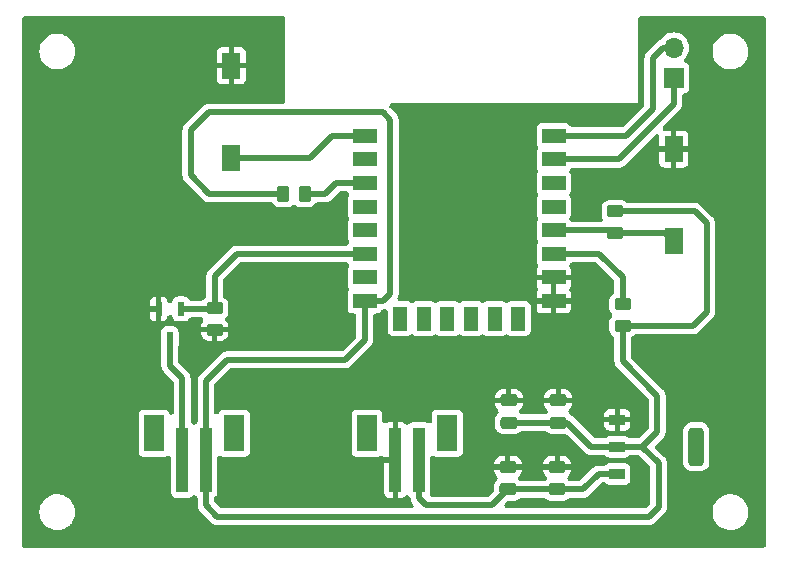
<source format=gbr>
%TF.GenerationSoftware,KiCad,Pcbnew,7.0.10*%
%TF.CreationDate,2024-03-30T10:41:11-04:00*%
%TF.ProjectId,esp_0th_iter_robot_mistake,6573705f-3074-4685-9f69-7465725f726f,rev?*%
%TF.SameCoordinates,Original*%
%TF.FileFunction,Copper,L1,Top*%
%TF.FilePolarity,Positive*%
%FSLAX46Y46*%
G04 Gerber Fmt 4.6, Leading zero omitted, Abs format (unit mm)*
G04 Created by KiCad (PCBNEW 7.0.10) date 2024-03-30 10:41:11*
%MOMM*%
%LPD*%
G01*
G04 APERTURE LIST*
G04 Aperture macros list*
%AMRoundRect*
0 Rectangle with rounded corners*
0 $1 Rounding radius*
0 $2 $3 $4 $5 $6 $7 $8 $9 X,Y pos of 4 corners*
0 Add a 4 corners polygon primitive as box body*
4,1,4,$2,$3,$4,$5,$6,$7,$8,$9,$2,$3,0*
0 Add four circle primitives for the rounded corners*
1,1,$1+$1,$2,$3*
1,1,$1+$1,$4,$5*
1,1,$1+$1,$6,$7*
1,1,$1+$1,$8,$9*
0 Add four rect primitives between the rounded corners*
20,1,$1+$1,$2,$3,$4,$5,0*
20,1,$1+$1,$4,$5,$6,$7,0*
20,1,$1+$1,$6,$7,$8,$9,0*
20,1,$1+$1,$8,$9,$2,$3,0*%
G04 Aperture macros list end*
%TA.AperFunction,SMDPad,CuDef*%
%ADD10RoundRect,0.250000X-0.475000X0.250000X-0.475000X-0.250000X0.475000X-0.250000X0.475000X0.250000X0*%
%TD*%
%TA.AperFunction,SMDPad,CuDef*%
%ADD11R,0.990600X5.511800*%
%TD*%
%TA.AperFunction,SMDPad,CuDef*%
%ADD12R,1.701800X3.098800*%
%TD*%
%TA.AperFunction,SMDPad,CuDef*%
%ADD13R,2.000000X1.200000*%
%TD*%
%TA.AperFunction,SMDPad,CuDef*%
%ADD14R,1.200000X2.000000*%
%TD*%
%TA.AperFunction,SMDPad,CuDef*%
%ADD15R,1.549400X2.209800*%
%TD*%
%TA.AperFunction,SMDPad,CuDef*%
%ADD16RoundRect,0.250000X-0.450000X0.262500X-0.450000X-0.262500X0.450000X-0.262500X0.450000X0.262500X0*%
%TD*%
%TA.AperFunction,SMDPad,CuDef*%
%ADD17RoundRect,0.088500X-0.206500X0.516500X-0.206500X-0.516500X0.206500X-0.516500X0.206500X0.516500X0*%
%TD*%
%TA.AperFunction,SMDPad,CuDef*%
%ADD18RoundRect,0.250000X0.475000X-0.250000X0.475000X0.250000X-0.475000X0.250000X-0.475000X-0.250000X0*%
%TD*%
%TA.AperFunction,SMDPad,CuDef*%
%ADD19RoundRect,0.065100X-0.589900X-0.399900X0.589900X-0.399900X0.589900X0.399900X-0.589900X0.399900X0*%
%TD*%
%TA.AperFunction,SMDPad,CuDef*%
%ADD20RoundRect,0.314400X-0.340600X-1.305600X0.340600X-1.305600X0.340600X1.305600X-0.340600X1.305600X0*%
%TD*%
%TA.AperFunction,SMDPad,CuDef*%
%ADD21RoundRect,0.250000X0.262500X0.450000X-0.262500X0.450000X-0.262500X-0.450000X0.262500X-0.450000X0*%
%TD*%
%TA.AperFunction,ComponentPad*%
%ADD22R,1.700000X1.700000*%
%TD*%
%TA.AperFunction,ComponentPad*%
%ADD23O,1.700000X1.700000*%
%TD*%
%TA.AperFunction,Conductor*%
%ADD24C,0.508000*%
%TD*%
%TA.AperFunction,Conductor*%
%ADD25C,0.500000*%
%TD*%
G04 APERTURE END LIST*
D10*
%TO.P,C2,1*%
%TO.N,GND*%
X82337000Y-63181000D03*
%TO.P,C2,2*%
%TO.N,Net-(U2-VIN)*%
X82337000Y-65081000D03*
%TD*%
D11*
%TO.P,J1,1,1*%
%TO.N,Net-(J1-Pad1)*%
X50591001Y-62575001D03*
%TO.P,J1,2,2*%
%TO.N,VCC*%
X52591003Y-62575001D03*
D12*
%TO.P,J1,3*%
%TO.N,N/C*%
X48191004Y-60325000D03*
%TO.P,J1,4*%
X54991000Y-60325000D03*
%TD*%
D13*
%TO.P,U1,1,RST*%
%TO.N,Net-(U1-RST)*%
X66041000Y-35128000D03*
%TO.P,U1,2,ADC*%
%TO.N,unconnected-(U1-ADC-Pad2)*%
X66041000Y-37128000D03*
%TO.P,U1,3,EN*%
%TO.N,Net-(U1-EN)*%
X66041000Y-39128000D03*
%TO.P,U1,4,GPIO16*%
%TO.N,/LED2*%
X66041000Y-41128000D03*
%TO.P,U1,5,GPIO14*%
%TO.N,/LED1*%
X66041000Y-43128000D03*
%TO.P,U1,6,GPIO12*%
%TO.N,/DC*%
X66041000Y-45128000D03*
%TO.P,U1,7,GPIO13*%
%TO.N,/buzzer*%
X66041000Y-47128000D03*
%TO.P,U1,8,VCC*%
%TO.N,VCC*%
X66041000Y-49128000D03*
D14*
%TO.P,U1,9,CS0*%
%TO.N,unconnected-(U1-CS0-Pad9)*%
X69041000Y-50608000D03*
%TO.P,U1,10,MISO*%
%TO.N,unconnected-(U1-MISO-Pad10)*%
X71041000Y-50608000D03*
%TO.P,U1,11,IO9*%
%TO.N,unconnected-(U1-IO9-Pad11)*%
X73041000Y-50608000D03*
%TO.P,U1,12,IO10*%
%TO.N,unconnected-(U1-IO10-Pad12)*%
X75041000Y-50608000D03*
%TO.P,U1,13,MOSI*%
%TO.N,unconnected-(U1-MOSI-Pad13)*%
X77041000Y-50608000D03*
%TO.P,U1,14,SCLK*%
%TO.N,unconnected-(U1-SCLK-Pad14)*%
X79041000Y-50608000D03*
D13*
%TO.P,U1,15,GND*%
%TO.N,GND*%
X82041000Y-49128000D03*
%TO.P,U1,16,GPIO15*%
X82041000Y-47128000D03*
%TO.P,U1,17,GPIO2*%
%TO.N,/servo*%
X82041000Y-45128000D03*
%TO.P,U1,18,GPIO0*%
%TO.N,/boot*%
X82041000Y-43128000D03*
%TO.P,U1,19,GPIO4*%
%TO.N,unconnected-(U1-GPIO4-Pad19)*%
X82041000Y-41128000D03*
%TO.P,U1,20,GPIO5*%
%TO.N,unconnected-(U1-GPIO5-Pad20)*%
X82041000Y-39128000D03*
%TO.P,U1,21,RXD*%
%TO.N,Net-(J3-Pin_1)*%
X82041000Y-37128000D03*
%TO.P,U1,22,TXD*%
%TO.N,Net-(J3-Pin_2)*%
X82041000Y-35128000D03*
%TD*%
D15*
%TO.P,SW3,1,1*%
%TO.N,Net-(U1-RST)*%
X54737000Y-37011396D03*
%TO.P,SW3,2,2*%
%TO.N,GND*%
X54737000Y-29210000D03*
%TD*%
D16*
%TO.P,R2,1*%
%TO.N,VCC*%
X87249000Y-41529000D03*
%TO.P,R2,2*%
%TO.N,/boot*%
X87249000Y-43354000D03*
%TD*%
%TO.P,R3,1*%
%TO.N,/DC*%
X53340000Y-49737000D03*
%TO.P,R3,2*%
%TO.N,GND*%
X53340000Y-51562000D03*
%TD*%
D17*
%TO.P,Q1,1*%
%TO.N,/DC*%
X50480000Y-49790500D03*
%TO.P,Q1,2*%
%TO.N,GND*%
X48580000Y-49790500D03*
%TO.P,Q1,3*%
%TO.N,Net-(J1-Pad1)*%
X49530000Y-52300500D03*
%TD*%
D18*
%TO.P,C3,1*%
%TO.N,VCC*%
X78232000Y-59431000D03*
%TO.P,C3,2*%
%TO.N,GND*%
X78232000Y-57531000D03*
%TD*%
D19*
%TO.P,U2,1,GND/ADJ*%
%TO.N,GND*%
X87417000Y-59178000D03*
%TO.P,U2,2,VOUT*%
%TO.N,VCC*%
X87417000Y-61468000D03*
%TO.P,U2,3,VIN*%
%TO.N,Net-(U2-VIN)*%
X87417000Y-63758000D03*
D20*
%TO.P,U2,4*%
%TO.N,N/C*%
X94107000Y-61468000D03*
%TD*%
D16*
%TO.P,R6,1*%
%TO.N,/servo*%
X87884000Y-49403000D03*
%TO.P,R6,2*%
%TO.N,VCC*%
X87884000Y-51228000D03*
%TD*%
D18*
%TO.P,C4,1*%
%TO.N,VCC*%
X82423000Y-59431000D03*
%TO.P,C4,2*%
%TO.N,GND*%
X82423000Y-57531000D03*
%TD*%
D11*
%TO.P,J2,1,1*%
%TO.N,GND*%
X68625001Y-62575001D03*
%TO.P,J2,2,2*%
%TO.N,Net-(U2-VIN)*%
X70625003Y-62575001D03*
D12*
%TO.P,J2,3*%
%TO.N,N/C*%
X66225004Y-60325000D03*
%TO.P,J2,4*%
X73025000Y-60325000D03*
%TD*%
D10*
%TO.P,C1,1*%
%TO.N,GND*%
X78146000Y-63181000D03*
%TO.P,C1,2*%
%TO.N,Net-(U2-VIN)*%
X78146000Y-65081000D03*
%TD*%
D21*
%TO.P,R4,1*%
%TO.N,Net-(U1-EN)*%
X60960000Y-40056000D03*
%TO.P,R4,2*%
%TO.N,VCC*%
X59135000Y-40056000D03*
%TD*%
D15*
%TO.P,SW2,1,1*%
%TO.N,/boot*%
X92202000Y-44069000D03*
%TO.P,SW2,2,2*%
%TO.N,GND*%
X92202000Y-36267604D03*
%TD*%
D22*
%TO.P,J3,1,Pin_1*%
%TO.N,Net-(J3-Pin_1)*%
X92202000Y-30226000D03*
D23*
%TO.P,J3,2,Pin_2*%
%TO.N,Net-(J3-Pin_2)*%
X92202000Y-27686000D03*
%TD*%
D24*
%TO.N,Net-(U2-VIN)*%
X76806000Y-66421000D02*
X78146000Y-65081000D01*
X85848000Y-63758000D02*
X84525000Y-65081000D01*
X71247000Y-66421000D02*
X76806000Y-66421000D01*
X70625003Y-65799003D02*
X71247000Y-66421000D01*
X70625003Y-62575001D02*
X70625003Y-65799003D01*
X84525000Y-65081000D02*
X82337000Y-65081000D01*
X87417000Y-63758000D02*
X85848000Y-63758000D01*
X78146000Y-65081000D02*
X82337000Y-65081000D01*
%TO.N,VCC*%
X93806000Y-51228000D02*
X87884000Y-51228000D01*
X87417000Y-61468000D02*
X89535000Y-61468000D01*
X52883000Y-40056000D02*
X51308000Y-38481000D01*
X68199000Y-48514000D02*
X67585000Y-49128000D01*
X87249000Y-41529000D02*
X93980000Y-41529000D01*
X64389000Y-54102000D02*
X54356000Y-54102000D01*
X90101000Y-67379000D02*
X90932000Y-66548000D01*
X90805000Y-57150000D02*
X87884000Y-54229000D01*
X82423000Y-59431000D02*
X83180000Y-59431000D01*
X67585000Y-49128000D02*
X66041000Y-49128000D01*
X66041000Y-52450000D02*
X64389000Y-54102000D01*
X67564000Y-33147000D02*
X68199000Y-33782000D01*
X90805000Y-60198000D02*
X90805000Y-57150000D01*
X89535000Y-61468000D02*
X90805000Y-60198000D01*
X52591003Y-62575001D02*
X52591003Y-66407997D01*
X52591003Y-66407997D02*
X53562006Y-67379000D01*
X90932000Y-62865000D02*
X89535000Y-61468000D01*
X87884000Y-54229000D02*
X87884000Y-51228000D01*
X52832000Y-33147000D02*
X67564000Y-33147000D01*
X94996000Y-50038000D02*
X93806000Y-51228000D01*
X59135000Y-40056000D02*
X52883000Y-40056000D01*
X52591003Y-55866997D02*
X52591003Y-62575001D01*
X90932000Y-66548000D02*
X90932000Y-62865000D01*
X51308000Y-38481000D02*
X51308000Y-34671000D01*
X53562006Y-67379000D02*
X90101000Y-67379000D01*
X83180000Y-59431000D02*
X85217000Y-61468000D01*
X85217000Y-61468000D02*
X87417000Y-61468000D01*
X54356000Y-54102000D02*
X52591003Y-55866997D01*
X78232000Y-59431000D02*
X82423000Y-59431000D01*
X68199000Y-33782000D02*
X68199000Y-48514000D01*
X66041000Y-49128000D02*
X66041000Y-52450000D01*
X94996000Y-42545000D02*
X94996000Y-50038000D01*
X51308000Y-34671000D02*
X52832000Y-33147000D01*
X93980000Y-41529000D02*
X94996000Y-42545000D01*
%TO.N,Net-(J1-Pad1)*%
X50591001Y-64578999D02*
X50591001Y-62575001D01*
D25*
X49530000Y-52300500D02*
X49530000Y-54610000D01*
X49530000Y-54610000D02*
X50591001Y-55671001D01*
X50591001Y-55671001D02*
X50591001Y-62575001D01*
D24*
%TO.N,Net-(J3-Pin_1)*%
X82041000Y-37128000D02*
X87529710Y-37128000D01*
X92202000Y-32455710D02*
X92202000Y-30226000D01*
X87529710Y-37128000D02*
X92202000Y-32455710D01*
%TO.N,Net-(J3-Pin_2)*%
X88174894Y-35128000D02*
X82041000Y-35128000D01*
X92202000Y-27686000D02*
X91313000Y-27686000D01*
X90424000Y-28575000D02*
X90424000Y-32878894D01*
X91313000Y-27686000D02*
X90424000Y-28575000D01*
X90424000Y-32878894D02*
X88174894Y-35128000D01*
%TO.N,/servo*%
X82041000Y-45128000D02*
X85895000Y-45128000D01*
X85895000Y-45128000D02*
X87884000Y-47117000D01*
X87884000Y-47117000D02*
X87884000Y-49403000D01*
%TO.N,/DC*%
X53286500Y-49790500D02*
X53340000Y-49737000D01*
D25*
X53340000Y-49737000D02*
X53340000Y-46990000D01*
X55202000Y-45128000D02*
X66041000Y-45128000D01*
D24*
X50480000Y-49790500D02*
X53286500Y-49790500D01*
D25*
X53340000Y-46990000D02*
X55202000Y-45128000D01*
D24*
%TO.N,Net-(U1-RST)*%
X61413604Y-37011396D02*
X54737000Y-37011396D01*
X63297000Y-35128000D02*
X61413604Y-37011396D01*
X66041000Y-35128000D02*
X63297000Y-35128000D01*
%TO.N,/boot*%
X87249000Y-43354000D02*
X91487000Y-43354000D01*
X87023000Y-43128000D02*
X87249000Y-43354000D01*
X82041000Y-43128000D02*
X87023000Y-43128000D01*
X91487000Y-43354000D02*
X92202000Y-44069000D01*
%TO.N,Net-(U1-EN)*%
X60960000Y-40056000D02*
X62687000Y-40056000D01*
X66029000Y-39116000D02*
X66041000Y-39128000D01*
X62687000Y-40056000D02*
X63615000Y-39128000D01*
X63615000Y-39128000D02*
X66041000Y-39128000D01*
%TD*%
%TA.AperFunction,Conductor*%
%TO.N,GND*%
G36*
X59176109Y-25019866D02*
G01*
X59251464Y-25074615D01*
X59298037Y-25155280D01*
X59309000Y-25224500D01*
X59309000Y-32218500D01*
X59289634Y-32309609D01*
X59234885Y-32384964D01*
X59154220Y-32431537D01*
X59085000Y-32442500D01*
X52860039Y-32442500D01*
X52846515Y-32442091D01*
X52789150Y-32438621D01*
X52789149Y-32438621D01*
X52732602Y-32448983D01*
X52719231Y-32451018D01*
X52662163Y-32457947D01*
X52662159Y-32457949D01*
X52661057Y-32458367D01*
X52622029Y-32469247D01*
X52620873Y-32469458D01*
X52620867Y-32469460D01*
X52568454Y-32493049D01*
X52555961Y-32498224D01*
X52502200Y-32518614D01*
X52502192Y-32518617D01*
X52501219Y-32519290D01*
X52465933Y-32539191D01*
X52464863Y-32539672D01*
X52464856Y-32539676D01*
X52419619Y-32575116D01*
X52408731Y-32583128D01*
X52361399Y-32615800D01*
X52361396Y-32615803D01*
X52323284Y-32658822D01*
X52314012Y-32668672D01*
X50829681Y-34153004D01*
X50819831Y-34162276D01*
X50776803Y-34200396D01*
X50776799Y-34200400D01*
X50744137Y-34247719D01*
X50736122Y-34258611D01*
X50700673Y-34303858D01*
X50700668Y-34303867D01*
X50700184Y-34304944D01*
X50680290Y-34340219D01*
X50679616Y-34341195D01*
X50679614Y-34341198D01*
X50659231Y-34394944D01*
X50654055Y-34407439D01*
X50630460Y-34459866D01*
X50630457Y-34459874D01*
X50630246Y-34461031D01*
X50619366Y-34500061D01*
X50618947Y-34501165D01*
X50618946Y-34501167D01*
X50612017Y-34558230D01*
X50609983Y-34571597D01*
X50599620Y-34628152D01*
X50603091Y-34685526D01*
X50603500Y-34699052D01*
X50603500Y-38452947D01*
X50603091Y-38466473D01*
X50599620Y-38523847D01*
X50609983Y-38580401D01*
X50612017Y-38593767D01*
X50618947Y-38650831D01*
X50618950Y-38650843D01*
X50619363Y-38651931D01*
X50630244Y-38690959D01*
X50630458Y-38692128D01*
X50654058Y-38744565D01*
X50659236Y-38757067D01*
X50679612Y-38810797D01*
X50679617Y-38810805D01*
X50680278Y-38811763D01*
X50700189Y-38847064D01*
X50700672Y-38848138D01*
X50700673Y-38848139D01*
X50700674Y-38848141D01*
X50736122Y-38893387D01*
X50744140Y-38904284D01*
X50776800Y-38951600D01*
X50776801Y-38951601D01*
X50819831Y-38989722D01*
X50829684Y-38998997D01*
X52365002Y-40534315D01*
X52374275Y-40544166D01*
X52399300Y-40572414D01*
X52412399Y-40587199D01*
X52412404Y-40587202D01*
X52412406Y-40587204D01*
X52459721Y-40619863D01*
X52470613Y-40627877D01*
X52515859Y-40663325D01*
X52515860Y-40663325D01*
X52515861Y-40663326D01*
X52516916Y-40663801D01*
X52552234Y-40683720D01*
X52552256Y-40683735D01*
X52553198Y-40684385D01*
X52606968Y-40704776D01*
X52619454Y-40709949D01*
X52671866Y-40733538D01*
X52671867Y-40733539D01*
X52671868Y-40733539D01*
X52671870Y-40733540D01*
X52673002Y-40733747D01*
X52712074Y-40744638D01*
X52713164Y-40745052D01*
X52756991Y-40750373D01*
X52770229Y-40751981D01*
X52783607Y-40754017D01*
X52793246Y-40755783D01*
X52840150Y-40764379D01*
X52897515Y-40760908D01*
X52911039Y-40760500D01*
X58081464Y-40760500D01*
X58172573Y-40779866D01*
X58247928Y-40834615D01*
X58273155Y-40868610D01*
X58317028Y-40941185D01*
X58437315Y-41061472D01*
X58582894Y-41149478D01*
X58745304Y-41200086D01*
X58815884Y-41206500D01*
X58815888Y-41206500D01*
X59454111Y-41206500D01*
X59454116Y-41206500D01*
X59524696Y-41200086D01*
X59687106Y-41149478D01*
X59832685Y-41061472D01*
X59889108Y-41005049D01*
X59967226Y-40954319D01*
X60059223Y-40939748D01*
X60149194Y-40963856D01*
X60205892Y-41005049D01*
X60262315Y-41061472D01*
X60407894Y-41149478D01*
X60570304Y-41200086D01*
X60640884Y-41206500D01*
X60640888Y-41206500D01*
X61279111Y-41206500D01*
X61279116Y-41206500D01*
X61349696Y-41200086D01*
X61512106Y-41149478D01*
X61657685Y-41061472D01*
X61777972Y-40941185D01*
X61821842Y-40868613D01*
X61885548Y-40800666D01*
X61971386Y-40764502D01*
X62013536Y-40760500D01*
X62658948Y-40760500D01*
X62672473Y-40760908D01*
X62729849Y-40764380D01*
X62786422Y-40754011D01*
X62799773Y-40751980D01*
X62856836Y-40745052D01*
X62857912Y-40744644D01*
X62896986Y-40733750D01*
X62898130Y-40733541D01*
X62950570Y-40709938D01*
X62963043Y-40704772D01*
X63016802Y-40684385D01*
X63017746Y-40683733D01*
X63053088Y-40663799D01*
X63054141Y-40663326D01*
X63099407Y-40627860D01*
X63110277Y-40619863D01*
X63157601Y-40587199D01*
X63195733Y-40544154D01*
X63204974Y-40534337D01*
X63841205Y-39898108D01*
X63919323Y-39847378D01*
X63999597Y-39832500D01*
X64445953Y-39832500D01*
X64537062Y-39851866D01*
X64612417Y-39906615D01*
X64627365Y-39928022D01*
X64628240Y-39927377D01*
X64678137Y-39994986D01*
X64716657Y-40079792D01*
X64717353Y-40172934D01*
X64680105Y-40258306D01*
X64678137Y-40261014D01*
X64638206Y-40315118D01*
X64593354Y-40443297D01*
X64593354Y-40443299D01*
X64590500Y-40473738D01*
X64590500Y-41782261D01*
X64593354Y-41812700D01*
X64593354Y-41812702D01*
X64638206Y-41940881D01*
X64678137Y-41994986D01*
X64716657Y-42079792D01*
X64717353Y-42172934D01*
X64680105Y-42258306D01*
X64678137Y-42261014D01*
X64638206Y-42315118D01*
X64593354Y-42443297D01*
X64593354Y-42443299D01*
X64590500Y-42473738D01*
X64590500Y-43782261D01*
X64593354Y-43812700D01*
X64593354Y-43812702D01*
X64638206Y-43940881D01*
X64678137Y-43994986D01*
X64716657Y-44079792D01*
X64717353Y-44172934D01*
X64680105Y-44258306D01*
X64678137Y-44261014D01*
X64628240Y-44328623D01*
X64626114Y-44327054D01*
X64582177Y-44379677D01*
X64498560Y-44420713D01*
X64443838Y-44427500D01*
X55229934Y-44427500D01*
X55216408Y-44427091D01*
X55159394Y-44423642D01*
X55103203Y-44433938D01*
X55089838Y-44435972D01*
X55033130Y-44442858D01*
X55033124Y-44442860D01*
X55032134Y-44443236D01*
X54993124Y-44454111D01*
X54992073Y-44454303D01*
X54992068Y-44454305D01*
X54939976Y-44477749D01*
X54927482Y-44482924D01*
X54874068Y-44503181D01*
X54874063Y-44503184D01*
X54873188Y-44503789D01*
X54837914Y-44523685D01*
X54836949Y-44524119D01*
X54836937Y-44524126D01*
X54791981Y-44559346D01*
X54781090Y-44567360D01*
X54734071Y-44599816D01*
X54696196Y-44642567D01*
X54686924Y-44652417D01*
X52864417Y-46474924D01*
X52854567Y-46484196D01*
X52811820Y-46522067D01*
X52811815Y-46522072D01*
X52779365Y-46569082D01*
X52771355Y-46579968D01*
X52736123Y-46624941D01*
X52736120Y-46624945D01*
X52735685Y-46625913D01*
X52715786Y-46661193D01*
X52715188Y-46662058D01*
X52715180Y-46662073D01*
X52694926Y-46715476D01*
X52689753Y-46727964D01*
X52666306Y-46780063D01*
X52666303Y-46780074D01*
X52666114Y-46781108D01*
X52655232Y-46820146D01*
X52654862Y-46821121D01*
X52654859Y-46821131D01*
X52647975Y-46877821D01*
X52645940Y-46891190D01*
X52635642Y-46947386D01*
X52635642Y-46947393D01*
X52639091Y-47004406D01*
X52639500Y-47017932D01*
X52639500Y-48681045D01*
X52620134Y-48772154D01*
X52565385Y-48847509D01*
X52531385Y-48872739D01*
X52454814Y-48919028D01*
X52353451Y-49020392D01*
X52275333Y-49071122D01*
X52195059Y-49086000D01*
X51331644Y-49086000D01*
X51240535Y-49066634D01*
X51165180Y-49011885D01*
X51153171Y-48997363D01*
X51071213Y-48889287D01*
X50953153Y-48799758D01*
X50953151Y-48799757D01*
X50815316Y-48745402D01*
X50815312Y-48745401D01*
X50744953Y-48736952D01*
X50728695Y-48735000D01*
X50728694Y-48735000D01*
X50231307Y-48735000D01*
X50231292Y-48735001D01*
X50144684Y-48745401D01*
X50144683Y-48745401D01*
X50006849Y-48799756D01*
X49888787Y-48889287D01*
X49799257Y-49007348D01*
X49739633Y-49158545D01*
X49736955Y-49157489D01*
X49705785Y-49220852D01*
X49634230Y-49280482D01*
X49544608Y-49305853D01*
X49452414Y-49292578D01*
X49373591Y-49242951D01*
X49321767Y-49165555D01*
X49317905Y-49153666D01*
X49260301Y-49007594D01*
X49170857Y-48889643D01*
X49170856Y-48889642D01*
X49052905Y-48800198D01*
X48915196Y-48745892D01*
X48915193Y-48745891D01*
X48828663Y-48735500D01*
X48805000Y-48735500D01*
X48805000Y-50845500D01*
X48828655Y-50845500D01*
X48828663Y-50845499D01*
X48915193Y-50835108D01*
X48915196Y-50835107D01*
X49052905Y-50780801D01*
X49170856Y-50691357D01*
X49170857Y-50691356D01*
X49260301Y-50573405D01*
X49319877Y-50422335D01*
X49322584Y-50423402D01*
X49353645Y-50360207D01*
X49425179Y-50300552D01*
X49514793Y-50275150D01*
X49606991Y-50288394D01*
X49685832Y-50337993D01*
X49737682Y-50415371D01*
X49741638Y-50427539D01*
X49799256Y-50573650D01*
X49799257Y-50573652D01*
X49799258Y-50573653D01*
X49888787Y-50691713D01*
X50006847Y-50781242D01*
X50144684Y-50835598D01*
X50231305Y-50846000D01*
X50728694Y-50845999D01*
X50728696Y-50845998D01*
X50728707Y-50845998D01*
X50800044Y-50837431D01*
X50815316Y-50835598D01*
X50953153Y-50781242D01*
X51071213Y-50691713D01*
X51153162Y-50583647D01*
X51223642Y-50522756D01*
X51312799Y-50495794D01*
X51331644Y-50495000D01*
X52164457Y-50495000D01*
X52255566Y-50514366D01*
X52330921Y-50569115D01*
X52377494Y-50649780D01*
X52387230Y-50742414D01*
X52358447Y-50831000D01*
X52340787Y-50857143D01*
X52334926Y-50864623D01*
X52246985Y-51010093D01*
X52246981Y-51010101D01*
X52196409Y-51172391D01*
X52190000Y-51242927D01*
X52190000Y-51337000D01*
X54489999Y-51337000D01*
X54489999Y-51242933D01*
X54489998Y-51242917D01*
X54483592Y-51172400D01*
X54483590Y-51172391D01*
X54433018Y-51010103D01*
X54433014Y-51010093D01*
X54345074Y-50864625D01*
X54288695Y-50808246D01*
X54237965Y-50730128D01*
X54223394Y-50638131D01*
X54247502Y-50548160D01*
X54288695Y-50491462D01*
X54306265Y-50473892D01*
X54345472Y-50434685D01*
X54433478Y-50289106D01*
X54484086Y-50126696D01*
X54490500Y-50056116D01*
X54490500Y-49417884D01*
X54484086Y-49347304D01*
X54433478Y-49184894D01*
X54345472Y-49039315D01*
X54225185Y-48919028D01*
X54162513Y-48881141D01*
X54148615Y-48872739D01*
X54080665Y-48809031D01*
X54044501Y-48723194D01*
X54040500Y-48681045D01*
X54040500Y-47372941D01*
X54059866Y-47281832D01*
X54106108Y-47214549D01*
X55426549Y-45894108D01*
X55504667Y-45843378D01*
X55584941Y-45828500D01*
X64443838Y-45828500D01*
X64534947Y-45847866D01*
X64610302Y-45902615D01*
X64627815Y-45927690D01*
X64628240Y-45927377D01*
X64678137Y-45994986D01*
X64716657Y-46079792D01*
X64717353Y-46172934D01*
X64680105Y-46258306D01*
X64678137Y-46261014D01*
X64638206Y-46315118D01*
X64593354Y-46443297D01*
X64593354Y-46443299D01*
X64590500Y-46473738D01*
X64590500Y-47782261D01*
X64593354Y-47812700D01*
X64593354Y-47812702D01*
X64638206Y-47940881D01*
X64678137Y-47994986D01*
X64716657Y-48079792D01*
X64717353Y-48172934D01*
X64680105Y-48258306D01*
X64678137Y-48261014D01*
X64638206Y-48315118D01*
X64593354Y-48443297D01*
X64593354Y-48443299D01*
X64593345Y-48443392D01*
X64590500Y-48473734D01*
X64590500Y-49782266D01*
X64592683Y-49805541D01*
X64593354Y-49812700D01*
X64593354Y-49812702D01*
X64638205Y-49940878D01*
X64638206Y-49940879D01*
X64638207Y-49940882D01*
X64718850Y-50050150D01*
X64828118Y-50130793D01*
X64956301Y-50175646D01*
X64986734Y-50178500D01*
X65112500Y-50178500D01*
X65203609Y-50197866D01*
X65278964Y-50252615D01*
X65325537Y-50333280D01*
X65336500Y-50402500D01*
X65336500Y-52065403D01*
X65317134Y-52156512D01*
X65270892Y-52223795D01*
X64162795Y-53331892D01*
X64084677Y-53382622D01*
X64004403Y-53397500D01*
X54384057Y-53397500D01*
X54370532Y-53397091D01*
X54313152Y-53393620D01*
X54313151Y-53393620D01*
X54299044Y-53396205D01*
X54256597Y-53403983D01*
X54243230Y-53406017D01*
X54186167Y-53412946D01*
X54186165Y-53412947D01*
X54185061Y-53413366D01*
X54146031Y-53424246D01*
X54144874Y-53424457D01*
X54144866Y-53424460D01*
X54092439Y-53448055D01*
X54079944Y-53453231D01*
X54026198Y-53473614D01*
X54026195Y-53473616D01*
X54025219Y-53474290D01*
X53989944Y-53494184D01*
X53988867Y-53494668D01*
X53988858Y-53494673D01*
X53943611Y-53530122D01*
X53932719Y-53538137D01*
X53885400Y-53570799D01*
X53885396Y-53570803D01*
X53847276Y-53613831D01*
X53838004Y-53623681D01*
X52112684Y-55349001D01*
X52102834Y-55358273D01*
X52059806Y-55396393D01*
X52059802Y-55396397D01*
X52027140Y-55443716D01*
X52019125Y-55454608D01*
X51983676Y-55499855D01*
X51983671Y-55499864D01*
X51983187Y-55500941D01*
X51963293Y-55536216D01*
X51962619Y-55537192D01*
X51962617Y-55537195D01*
X51942234Y-55590941D01*
X51937058Y-55603436D01*
X51913463Y-55655863D01*
X51913460Y-55655871D01*
X51913249Y-55657028D01*
X51902369Y-55696058D01*
X51901950Y-55697162D01*
X51901949Y-55697164D01*
X51895020Y-55754227D01*
X51892986Y-55767594D01*
X51882623Y-55824149D01*
X51886094Y-55881523D01*
X51886503Y-55895049D01*
X51886503Y-59300509D01*
X51867137Y-59391618D01*
X51812388Y-59466973D01*
X51795520Y-59480738D01*
X51773554Y-59496949D01*
X51773553Y-59496950D01*
X51771232Y-59500096D01*
X51763943Y-59506560D01*
X51761683Y-59508821D01*
X51761547Y-59508685D01*
X51701548Y-59561902D01*
X51612749Y-59590022D01*
X51520191Y-59579593D01*
X51439876Y-59532419D01*
X51410772Y-59500096D01*
X51408454Y-59496955D01*
X51408451Y-59496951D01*
X51408450Y-59496950D01*
X51382484Y-59477786D01*
X51320678Y-59408102D01*
X51292559Y-59319303D01*
X51291501Y-59297557D01*
X51291501Y-55698933D01*
X51291910Y-55685407D01*
X51292416Y-55677040D01*
X51295359Y-55628395D01*
X51285060Y-55572195D01*
X51283024Y-55558817D01*
X51276142Y-55502134D01*
X51276141Y-55502132D01*
X51276141Y-55502129D01*
X51275771Y-55501153D01*
X51264885Y-55462103D01*
X51264696Y-55461069D01*
X51241247Y-55408968D01*
X51236073Y-55396477D01*
X51215819Y-55343071D01*
X51215232Y-55342221D01*
X51195303Y-55306886D01*
X51194880Y-55305946D01*
X51194878Y-55305943D01*
X51159651Y-55260979D01*
X51151632Y-55250081D01*
X51119184Y-55203072D01*
X51076423Y-55165189D01*
X51066587Y-55155930D01*
X50296108Y-54385451D01*
X50245378Y-54307333D01*
X50230500Y-54227059D01*
X50230500Y-53076121D01*
X50246118Y-52993945D01*
X50265098Y-52945816D01*
X50275500Y-52859195D01*
X50275499Y-51787000D01*
X52190001Y-51787000D01*
X52190001Y-51881082D01*
X52196407Y-51951599D01*
X52196409Y-51951608D01*
X52246981Y-52113896D01*
X52246985Y-52113906D01*
X52334925Y-52259374D01*
X52455125Y-52379574D01*
X52600593Y-52467514D01*
X52600601Y-52467518D01*
X52762892Y-52518090D01*
X52762889Y-52518090D01*
X52833428Y-52524499D01*
X53115000Y-52524499D01*
X53115000Y-51787000D01*
X53565000Y-51787000D01*
X53565000Y-52524499D01*
X53846567Y-52524499D01*
X53846582Y-52524498D01*
X53917099Y-52518092D01*
X53917108Y-52518090D01*
X54079396Y-52467518D01*
X54079406Y-52467514D01*
X54224874Y-52379574D01*
X54345074Y-52259374D01*
X54433014Y-52113906D01*
X54433018Y-52113898D01*
X54483590Y-51951608D01*
X54489999Y-51881072D01*
X54490000Y-51881070D01*
X54490000Y-51787000D01*
X53565000Y-51787000D01*
X53115000Y-51787000D01*
X52190001Y-51787000D01*
X50275499Y-51787000D01*
X50275499Y-51741806D01*
X50275498Y-51741799D01*
X50275498Y-51741792D01*
X50265098Y-51655184D01*
X50265098Y-51655183D01*
X50210743Y-51517349D01*
X50210742Y-51517348D01*
X50210742Y-51517347D01*
X50121213Y-51399287D01*
X50003153Y-51309758D01*
X50003151Y-51309757D01*
X49865316Y-51255402D01*
X49865312Y-51255401D01*
X49794953Y-51246952D01*
X49778695Y-51245000D01*
X49778694Y-51245000D01*
X49281307Y-51245000D01*
X49281292Y-51245001D01*
X49194684Y-51255401D01*
X49194683Y-51255401D01*
X49056849Y-51309756D01*
X48938787Y-51399287D01*
X48849257Y-51517348D01*
X48794902Y-51655183D01*
X48794901Y-51655187D01*
X48784500Y-51741799D01*
X48784500Y-52859192D01*
X48784501Y-52859207D01*
X48794901Y-52945814D01*
X48794902Y-52945816D01*
X48813881Y-52993944D01*
X48813882Y-52993945D01*
X48829500Y-53076121D01*
X48829500Y-54582066D01*
X48829091Y-54595592D01*
X48825642Y-54652604D01*
X48835938Y-54708794D01*
X48837973Y-54722163D01*
X48842075Y-54755939D01*
X48844860Y-54778872D01*
X48844862Y-54778877D01*
X48845229Y-54779845D01*
X48856114Y-54818893D01*
X48856303Y-54819927D01*
X48856303Y-54819928D01*
X48879754Y-54872034D01*
X48884930Y-54884531D01*
X48905182Y-54937931D01*
X48905183Y-54937933D01*
X48905777Y-54938793D01*
X48925689Y-54974097D01*
X48926118Y-54975051D01*
X48926124Y-54975061D01*
X48961352Y-55020026D01*
X48969370Y-55030922D01*
X49001818Y-55077930D01*
X49044567Y-55115802D01*
X49054420Y-55125077D01*
X49824893Y-55895550D01*
X49875623Y-55973668D01*
X49890501Y-56053942D01*
X49890501Y-58518382D01*
X49871135Y-58609491D01*
X49816386Y-58684846D01*
X49735721Y-58731419D01*
X49643087Y-58741155D01*
X49554501Y-58712372D01*
X49485281Y-58650046D01*
X49455071Y-58592365D01*
X49451071Y-58580934D01*
X49444697Y-58562718D01*
X49364054Y-58453450D01*
X49254786Y-58372807D01*
X49254783Y-58372806D01*
X49254782Y-58372805D01*
X49126605Y-58327954D01*
X49117907Y-58327138D01*
X49096170Y-58325100D01*
X47285838Y-58325100D01*
X47265549Y-58327002D01*
X47255403Y-58327954D01*
X47255401Y-58327954D01*
X47127225Y-58372805D01*
X47127222Y-58372806D01*
X47127222Y-58372807D01*
X47017954Y-58453450D01*
X46955907Y-58537522D01*
X46937309Y-58562721D01*
X46892458Y-58690897D01*
X46892458Y-58690899D01*
X46892458Y-58690901D01*
X46890332Y-58713578D01*
X46889604Y-58721338D01*
X46889604Y-61928661D01*
X46892458Y-61959100D01*
X46892458Y-61959102D01*
X46937309Y-62087278D01*
X46937310Y-62087279D01*
X46937311Y-62087282D01*
X47017954Y-62196550D01*
X47127222Y-62277193D01*
X47158064Y-62287985D01*
X47253987Y-62321550D01*
X47255405Y-62322046D01*
X47285838Y-62324900D01*
X47285848Y-62324900D01*
X49096160Y-62324900D01*
X49096170Y-62324900D01*
X49126603Y-62322046D01*
X49128021Y-62321550D01*
X49142559Y-62316462D01*
X49254786Y-62277193D01*
X49288186Y-62252543D01*
X49372992Y-62214022D01*
X49466134Y-62213326D01*
X49551506Y-62250574D01*
X49614348Y-62319326D01*
X49643793Y-62407694D01*
X49645201Y-62432773D01*
X49645201Y-65385162D01*
X49648055Y-65415601D01*
X49648055Y-65415603D01*
X49692906Y-65543779D01*
X49692907Y-65543780D01*
X49692908Y-65543783D01*
X49773551Y-65653051D01*
X49882819Y-65733694D01*
X49882822Y-65733695D01*
X50009584Y-65778051D01*
X50011002Y-65778547D01*
X50041435Y-65781401D01*
X50041445Y-65781401D01*
X51140557Y-65781401D01*
X51140567Y-65781401D01*
X51171000Y-65778547D01*
X51172418Y-65778051D01*
X51196443Y-65769644D01*
X51299183Y-65733694D01*
X51408451Y-65653051D01*
X51410771Y-65649907D01*
X51418059Y-65643442D01*
X51420321Y-65641181D01*
X51420456Y-65641316D01*
X51480451Y-65588102D01*
X51569248Y-65559980D01*
X51661807Y-65570406D01*
X51742123Y-65617578D01*
X51771229Y-65649902D01*
X51773553Y-65653051D01*
X51773554Y-65653051D01*
X51773555Y-65653053D01*
X51795517Y-65669261D01*
X51857324Y-65738944D01*
X51885445Y-65827742D01*
X51886503Y-65849492D01*
X51886503Y-66379944D01*
X51886094Y-66393470D01*
X51882623Y-66450844D01*
X51892986Y-66507398D01*
X51895020Y-66520764D01*
X51901950Y-66577828D01*
X51901953Y-66577840D01*
X51902366Y-66578928D01*
X51913247Y-66617956D01*
X51913461Y-66619125D01*
X51913462Y-66619127D01*
X51933194Y-66662971D01*
X51937061Y-66671562D01*
X51942239Y-66684064D01*
X51962615Y-66737794D01*
X51962620Y-66737802D01*
X51963281Y-66738760D01*
X51983192Y-66774061D01*
X51983675Y-66775135D01*
X51983676Y-66775137D01*
X52019125Y-66820384D01*
X52027143Y-66831281D01*
X52059801Y-66878594D01*
X52059808Y-66878602D01*
X52102831Y-66916717D01*
X52112683Y-66925991D01*
X53044015Y-67857323D01*
X53053289Y-67867175D01*
X53091405Y-67910199D01*
X53138711Y-67942851D01*
X53149611Y-67950872D01*
X53194863Y-67986325D01*
X53195922Y-67986802D01*
X53231246Y-68006724D01*
X53232202Y-68007384D01*
X53232203Y-68007384D01*
X53232204Y-68007385D01*
X53274335Y-68023363D01*
X53285953Y-68027769D01*
X53298455Y-68032948D01*
X53350876Y-68056541D01*
X53352024Y-68056751D01*
X53391083Y-68067640D01*
X53391094Y-68067644D01*
X53392170Y-68068052D01*
X53449230Y-68074980D01*
X53462600Y-68077015D01*
X53519157Y-68087380D01*
X53576538Y-68083908D01*
X53590062Y-68083500D01*
X90072948Y-68083500D01*
X90086473Y-68083908D01*
X90143849Y-68087380D01*
X90200422Y-68077011D01*
X90213773Y-68074980D01*
X90270836Y-68068052D01*
X90271912Y-68067644D01*
X90310986Y-68056750D01*
X90312130Y-68056541D01*
X90364570Y-68032938D01*
X90377043Y-68027772D01*
X90430802Y-68007385D01*
X90431746Y-68006733D01*
X90467088Y-67986799D01*
X90468141Y-67986326D01*
X90513407Y-67950860D01*
X90524277Y-67942863D01*
X90571601Y-67910199D01*
X90609722Y-67867167D01*
X90618989Y-67857323D01*
X91410335Y-67065976D01*
X91420154Y-67056733D01*
X91463199Y-67018601D01*
X91476038Y-67000000D01*
X95484829Y-67000000D01*
X95503483Y-67237024D01*
X95558987Y-67468216D01*
X95614499Y-67602231D01*
X95649973Y-67687873D01*
X95649975Y-67687877D01*
X95649978Y-67687882D01*
X95774198Y-67890591D01*
X95774203Y-67890598D01*
X95846914Y-67975732D01*
X95928612Y-68071388D01*
X96109405Y-68225799D01*
X96312127Y-68350027D01*
X96345622Y-68363901D01*
X96349497Y-68365623D01*
X96349652Y-68365682D01*
X96355915Y-68368164D01*
X96531786Y-68441013D01*
X96567273Y-68449532D01*
X96577297Y-68452187D01*
X96579200Y-68452737D01*
X96579208Y-68452741D01*
X96585006Y-68453924D01*
X96592430Y-68455572D01*
X96762975Y-68496517D01*
X96799152Y-68499364D01*
X96808685Y-68500716D01*
X96808731Y-68500340D01*
X96817691Y-68501427D01*
X96817694Y-68501428D01*
X96820541Y-68501542D01*
X96829177Y-68501891D01*
X96837704Y-68502398D01*
X96942595Y-68510653D01*
X96999996Y-68515171D01*
X96999997Y-68515171D01*
X96999998Y-68515170D01*
X97000000Y-68515171D01*
X97040477Y-68511985D01*
X97051878Y-68511769D01*
X97051871Y-68511592D01*
X97060887Y-68511228D01*
X97060900Y-68511229D01*
X97076156Y-68509376D01*
X97085481Y-68508443D01*
X97237025Y-68496517D01*
X97280763Y-68486016D01*
X97293944Y-68483643D01*
X97302523Y-68481891D01*
X97302523Y-68481890D01*
X97302530Y-68481890D01*
X97319776Y-68476894D01*
X97329703Y-68474266D01*
X97468214Y-68441013D01*
X97513864Y-68422104D01*
X97534315Y-68414932D01*
X97536311Y-68414174D01*
X97536324Y-68414171D01*
X97554008Y-68405779D01*
X97564196Y-68401255D01*
X97687873Y-68350027D01*
X97733842Y-68321856D01*
X97754853Y-68310477D01*
X97756228Y-68309825D01*
X97773009Y-68298241D01*
X97783160Y-68291634D01*
X97890595Y-68225799D01*
X97935078Y-68187806D01*
X97953308Y-68173791D01*
X97956546Y-68171556D01*
X97971436Y-68157253D01*
X97981062Y-68148532D01*
X98071388Y-68071388D01*
X98112414Y-68023351D01*
X98127569Y-68007286D01*
X98132090Y-68002944D01*
X98144365Y-67986608D01*
X98153044Y-67975779D01*
X98225799Y-67890595D01*
X98261300Y-67832661D01*
X98273196Y-67815164D01*
X98278313Y-67808356D01*
X98287506Y-67790838D01*
X98294821Y-67777960D01*
X98350027Y-67687873D01*
X98377904Y-67620571D01*
X98386494Y-67602231D01*
X98391428Y-67592832D01*
X98397376Y-67575014D01*
X98402892Y-67560245D01*
X98441013Y-67468214D01*
X98459187Y-67392512D01*
X98464513Y-67373917D01*
X98468507Y-67361954D01*
X98471326Y-67344602D01*
X98474598Y-67328322D01*
X98496517Y-67237025D01*
X98503029Y-67154273D01*
X98505238Y-67135940D01*
X98507552Y-67121702D01*
X98508093Y-67094766D01*
X98508735Y-67081770D01*
X98515171Y-67000000D01*
X98508735Y-66918234D01*
X98508093Y-66905231D01*
X98507552Y-66878298D01*
X98505234Y-66864038D01*
X98503029Y-66845726D01*
X98496517Y-66762975D01*
X98474606Y-66671713D01*
X98471326Y-66655396D01*
X98468507Y-66638046D01*
X98464516Y-66626091D01*
X98459184Y-66607475D01*
X98441013Y-66531786D01*
X98402891Y-66439751D01*
X98397378Y-66424991D01*
X98391428Y-66407168D01*
X98391421Y-66407154D01*
X98386494Y-66397766D01*
X98377889Y-66379392D01*
X98351093Y-66314701D01*
X98350027Y-66312127D01*
X98350021Y-66312117D01*
X98350020Y-66312114D01*
X98294841Y-66222072D01*
X98287492Y-66209134D01*
X98278313Y-66191644D01*
X98273197Y-66184836D01*
X98261290Y-66167321D01*
X98225802Y-66109410D01*
X98225801Y-66109408D01*
X98225799Y-66109405D01*
X98220903Y-66103673D01*
X98191061Y-66068732D01*
X98153070Y-66024250D01*
X98144330Y-66013345D01*
X98132090Y-65997055D01*
X98127564Y-65992708D01*
X98112410Y-65976642D01*
X98074813Y-65932622D01*
X98071388Y-65928612D01*
X98071386Y-65928610D01*
X98071385Y-65928609D01*
X97981109Y-65851507D01*
X97971413Y-65842724D01*
X97956546Y-65828444D01*
X97953291Y-65826197D01*
X97935072Y-65812187D01*
X97890595Y-65774200D01*
X97783189Y-65708382D01*
X97772985Y-65701741D01*
X97756228Y-65690175D01*
X97756225Y-65690173D01*
X97754836Y-65689514D01*
X97733833Y-65678137D01*
X97687875Y-65649974D01*
X97687871Y-65649971D01*
X97564245Y-65598764D01*
X97553957Y-65594196D01*
X97536324Y-65585829D01*
X97536322Y-65585828D01*
X97536317Y-65585826D01*
X97534343Y-65585077D01*
X97513859Y-65577893D01*
X97468219Y-65558989D01*
X97468218Y-65558988D01*
X97468214Y-65558987D01*
X97468210Y-65558986D01*
X97468207Y-65558985D01*
X97329754Y-65525744D01*
X97319740Y-65523094D01*
X97302527Y-65518109D01*
X97293990Y-65516366D01*
X97280766Y-65513983D01*
X97237029Y-65503483D01*
X97237019Y-65503482D01*
X97085547Y-65491561D01*
X97076125Y-65490619D01*
X97060899Y-65488770D01*
X97051881Y-65488407D01*
X97051888Y-65488232D01*
X97040471Y-65488014D01*
X97018843Y-65486311D01*
X97000000Y-65484829D01*
X96999999Y-65484829D01*
X96837693Y-65497601D01*
X96829156Y-65498109D01*
X96817694Y-65498571D01*
X96808752Y-65499657D01*
X96808710Y-65499313D01*
X96799169Y-65500633D01*
X96762985Y-65503481D01*
X96762971Y-65503483D01*
X96592480Y-65544414D01*
X96585025Y-65546070D01*
X96579201Y-65547259D01*
X96577242Y-65547827D01*
X96567242Y-65550474D01*
X96531788Y-65558986D01*
X96531780Y-65558988D01*
X96355932Y-65631827D01*
X96349791Y-65634265D01*
X96349579Y-65634345D01*
X96345725Y-65636056D01*
X96333027Y-65641316D01*
X96315196Y-65648702D01*
X96312120Y-65649976D01*
X96109408Y-65774198D01*
X96109401Y-65774203D01*
X95928615Y-65928609D01*
X95928609Y-65928615D01*
X95774203Y-66109401D01*
X95774198Y-66109408D01*
X95649978Y-66312117D01*
X95649971Y-66312131D01*
X95558987Y-66531783D01*
X95503483Y-66762975D01*
X95484829Y-67000000D01*
X91476038Y-67000000D01*
X91495873Y-66971262D01*
X91503858Y-66960410D01*
X91539325Y-66915141D01*
X91539798Y-66914090D01*
X91559730Y-66878751D01*
X91559833Y-66878602D01*
X91560385Y-66877802D01*
X91580785Y-66824008D01*
X91585933Y-66811578D01*
X91609540Y-66759130D01*
X91609750Y-66757982D01*
X91620639Y-66718925D01*
X91620661Y-66718866D01*
X91621052Y-66717836D01*
X91627980Y-66660772D01*
X91630016Y-66647394D01*
X91640379Y-66590850D01*
X91636909Y-66533483D01*
X91636500Y-66519959D01*
X91636500Y-62893039D01*
X91636909Y-62879514D01*
X91638546Y-62852450D01*
X91640233Y-62824570D01*
X93001500Y-62824570D01*
X93009661Y-62904449D01*
X93012203Y-62929329D01*
X93032338Y-62990092D01*
X93058467Y-63068948D01*
X93068446Y-63099061D01*
X93162316Y-63251248D01*
X93288752Y-63377684D01*
X93440939Y-63471554D01*
X93610671Y-63527797D01*
X93715433Y-63538500D01*
X94498566Y-63538499D01*
X94498570Y-63538499D01*
X94545127Y-63533742D01*
X94603329Y-63527797D01*
X94773061Y-63471554D01*
X94925248Y-63377684D01*
X95051684Y-63251248D01*
X95145554Y-63099061D01*
X95201797Y-62929329D01*
X95212500Y-62824567D01*
X95212499Y-60111434D01*
X95212499Y-60111430D01*
X95212499Y-60111429D01*
X95201797Y-60006675D01*
X95201797Y-60006671D01*
X95145554Y-59836939D01*
X95051684Y-59684752D01*
X94925248Y-59558316D01*
X94773061Y-59464446D01*
X94773060Y-59464445D01*
X94773059Y-59464445D01*
X94603326Y-59408202D01*
X94498569Y-59397500D01*
X93715429Y-59397500D01*
X93610675Y-59408202D01*
X93610672Y-59408202D01*
X93610671Y-59408203D01*
X93554429Y-59426839D01*
X93440940Y-59464445D01*
X93288750Y-59558317D01*
X93162317Y-59684750D01*
X93068445Y-59836940D01*
X93012202Y-60006673D01*
X93001500Y-60111430D01*
X93001500Y-62824570D01*
X91640233Y-62824570D01*
X91640379Y-62822150D01*
X91630017Y-62765607D01*
X91627981Y-62752229D01*
X91626373Y-62738991D01*
X91621052Y-62695164D01*
X91620638Y-62694074D01*
X91609747Y-62655002D01*
X91609540Y-62653870D01*
X91585949Y-62601454D01*
X91580776Y-62588968D01*
X91560385Y-62535198D01*
X91559720Y-62534234D01*
X91539801Y-62498916D01*
X91539326Y-62497861D01*
X91539325Y-62497860D01*
X91539325Y-62497859D01*
X91503877Y-62452613D01*
X91495863Y-62441721D01*
X91463204Y-62394406D01*
X91463197Y-62394397D01*
X91420166Y-62356275D01*
X91410315Y-62347002D01*
X90689704Y-61626391D01*
X90638974Y-61548273D01*
X90624403Y-61456276D01*
X90648511Y-61366305D01*
X90689699Y-61309613D01*
X91283337Y-60715974D01*
X91293154Y-60706733D01*
X91336199Y-60668601D01*
X91368873Y-60621262D01*
X91376862Y-60610404D01*
X91412325Y-60565141D01*
X91412798Y-60564090D01*
X91432730Y-60528751D01*
X91432781Y-60528675D01*
X91433385Y-60527802D01*
X91453785Y-60474008D01*
X91458941Y-60461562D01*
X91482540Y-60409130D01*
X91482748Y-60407989D01*
X91493640Y-60368922D01*
X91494052Y-60367836D01*
X91500982Y-60310757D01*
X91503013Y-60297406D01*
X91513379Y-60240849D01*
X91509909Y-60183484D01*
X91509500Y-60169959D01*
X91509500Y-57178056D01*
X91509909Y-57164531D01*
X91510552Y-57153900D01*
X91513380Y-57107151D01*
X91503015Y-57050594D01*
X91500980Y-57037224D01*
X91494052Y-56980164D01*
X91493640Y-56979077D01*
X91482751Y-56940017D01*
X91482541Y-56938870D01*
X91458948Y-56886449D01*
X91453769Y-56873947D01*
X91433384Y-56820196D01*
X91432724Y-56819240D01*
X91412802Y-56783916D01*
X91412326Y-56782860D01*
X91412326Y-56782859D01*
X91376871Y-56737604D01*
X91368853Y-56726707D01*
X91368313Y-56725925D01*
X91336199Y-56679399D01*
X91293166Y-56641275D01*
X91283315Y-56632002D01*
X88654108Y-54002795D01*
X88603378Y-53924677D01*
X88588500Y-53844403D01*
X88588500Y-52281536D01*
X88607866Y-52190427D01*
X88662615Y-52115072D01*
X88696610Y-52089844D01*
X88769185Y-52045972D01*
X88817049Y-51998108D01*
X88895167Y-51947378D01*
X88975441Y-51932500D01*
X93777948Y-51932500D01*
X93791473Y-51932908D01*
X93848849Y-51936380D01*
X93905422Y-51926011D01*
X93918773Y-51923980D01*
X93975836Y-51917052D01*
X93976912Y-51916644D01*
X94015986Y-51905750D01*
X94017130Y-51905541D01*
X94069570Y-51881938D01*
X94082043Y-51876772D01*
X94135802Y-51856385D01*
X94136746Y-51855733D01*
X94172088Y-51835799D01*
X94173141Y-51835326D01*
X94218407Y-51799860D01*
X94229277Y-51791863D01*
X94276601Y-51759199D01*
X94314747Y-51716138D01*
X94323975Y-51706336D01*
X95474336Y-50555975D01*
X95484138Y-50546747D01*
X95527199Y-50508601D01*
X95559873Y-50461262D01*
X95567862Y-50450404D01*
X95603325Y-50405141D01*
X95603798Y-50404090D01*
X95623730Y-50368751D01*
X95623781Y-50368675D01*
X95624385Y-50367802D01*
X95644785Y-50314008D01*
X95649941Y-50301562D01*
X95673540Y-50249130D01*
X95673748Y-50247989D01*
X95684640Y-50208922D01*
X95685052Y-50207836D01*
X95686263Y-50197866D01*
X95691981Y-50150765D01*
X95694013Y-50137406D01*
X95704379Y-50080849D01*
X95700909Y-50023484D01*
X95700500Y-50009959D01*
X95700500Y-42573051D01*
X95700909Y-42559525D01*
X95704380Y-42502151D01*
X95694015Y-42445594D01*
X95691980Y-42432224D01*
X95685052Y-42375164D01*
X95684640Y-42374077D01*
X95673751Y-42335017D01*
X95673541Y-42333870D01*
X95649948Y-42281449D01*
X95644769Y-42268947D01*
X95624384Y-42215196D01*
X95623724Y-42214240D01*
X95603802Y-42178916D01*
X95603326Y-42177860D01*
X95603326Y-42177859D01*
X95567871Y-42132604D01*
X95559853Y-42121707D01*
X95527199Y-42074399D01*
X95499827Y-42050150D01*
X95484166Y-42036275D01*
X95474315Y-42027002D01*
X94497997Y-41050684D01*
X94488722Y-41040831D01*
X94450601Y-40997801D01*
X94450600Y-40997800D01*
X94403284Y-40965140D01*
X94392387Y-40957122D01*
X94372045Y-40941185D01*
X94347141Y-40921674D01*
X94347139Y-40921673D01*
X94347138Y-40921672D01*
X94346064Y-40921189D01*
X94310763Y-40901278D01*
X94309805Y-40900617D01*
X94309797Y-40900612D01*
X94266948Y-40884362D01*
X94256058Y-40880232D01*
X94243565Y-40875058D01*
X94229251Y-40868616D01*
X94191130Y-40851459D01*
X94191128Y-40851458D01*
X94189959Y-40851244D01*
X94150931Y-40840363D01*
X94149843Y-40839950D01*
X94149837Y-40839948D01*
X94149836Y-40839948D01*
X94149834Y-40839947D01*
X94149831Y-40839947D01*
X94092767Y-40833017D01*
X94079401Y-40830983D01*
X94051823Y-40825929D01*
X94022849Y-40820620D01*
X94022847Y-40820620D01*
X93965474Y-40824091D01*
X93951948Y-40824500D01*
X88340441Y-40824500D01*
X88249332Y-40805134D01*
X88182049Y-40758892D01*
X88134186Y-40711029D01*
X88134185Y-40711028D01*
X87988606Y-40623022D01*
X87988605Y-40623021D01*
X87988604Y-40623021D01*
X87826198Y-40572414D01*
X87802669Y-40570276D01*
X87755616Y-40566000D01*
X86742384Y-40566000D01*
X86702052Y-40569665D01*
X86671801Y-40572414D01*
X86509395Y-40623021D01*
X86363813Y-40711029D01*
X86243529Y-40831313D01*
X86155521Y-40976895D01*
X86104914Y-41139301D01*
X86104914Y-41139304D01*
X86099391Y-41200086D01*
X86098500Y-41209888D01*
X86098500Y-41848111D01*
X86104914Y-41918698D01*
X86155522Y-42081107D01*
X86157041Y-42083620D01*
X86158352Y-42087397D01*
X86161082Y-42093461D01*
X86160543Y-42093703D01*
X86187601Y-42171609D01*
X86179730Y-42264420D01*
X86134790Y-42346006D01*
X86060551Y-42402260D01*
X85969850Y-42423455D01*
X85965344Y-42423500D01*
X83636047Y-42423500D01*
X83544938Y-42404134D01*
X83469583Y-42349385D01*
X83454635Y-42327979D01*
X83453761Y-42328625D01*
X83443793Y-42315119D01*
X83443793Y-42315118D01*
X83403861Y-42261012D01*
X83365343Y-42176210D01*
X83364646Y-42083069D01*
X83401893Y-41997696D01*
X83403792Y-41995081D01*
X83443793Y-41940882D01*
X83488646Y-41812699D01*
X83491500Y-41782266D01*
X83491500Y-40473734D01*
X83488646Y-40443301D01*
X83443793Y-40315118D01*
X83403861Y-40261012D01*
X83365343Y-40176210D01*
X83364646Y-40083069D01*
X83401893Y-39997696D01*
X83403792Y-39995081D01*
X83443793Y-39940882D01*
X83488646Y-39812699D01*
X83491500Y-39782266D01*
X83491500Y-38473734D01*
X83488646Y-38443301D01*
X83487122Y-38438947D01*
X83443794Y-38315120D01*
X83443793Y-38315118D01*
X83403861Y-38261012D01*
X83365343Y-38176210D01*
X83364646Y-38083069D01*
X83401893Y-37997696D01*
X83403792Y-37995081D01*
X83443793Y-37940882D01*
X83443793Y-37940880D01*
X83453761Y-37927375D01*
X83456647Y-37929505D01*
X83497683Y-37880343D01*
X83581295Y-37839295D01*
X83636047Y-37832500D01*
X87501658Y-37832500D01*
X87515183Y-37832908D01*
X87572559Y-37836380D01*
X87629132Y-37826011D01*
X87642483Y-37823980D01*
X87699546Y-37817052D01*
X87700622Y-37816644D01*
X87739696Y-37805750D01*
X87740840Y-37805541D01*
X87793280Y-37781938D01*
X87805753Y-37776772D01*
X87859512Y-37756385D01*
X87860456Y-37755733D01*
X87895798Y-37735799D01*
X87896851Y-37735326D01*
X87942117Y-37699860D01*
X87952987Y-37691863D01*
X88000311Y-37659199D01*
X88038457Y-37616138D01*
X88047685Y-37606336D01*
X89161417Y-36492604D01*
X90977301Y-36492604D01*
X90977301Y-37426719D01*
X90980150Y-37457108D01*
X91024951Y-37585144D01*
X91024955Y-37585152D01*
X91105507Y-37694294D01*
X91105509Y-37694296D01*
X91214651Y-37774848D01*
X91214657Y-37774851D01*
X91342692Y-37819652D01*
X91373104Y-37822503D01*
X91977000Y-37822503D01*
X91977000Y-36492604D01*
X92427000Y-36492604D01*
X92427000Y-37822503D01*
X93030895Y-37822503D01*
X93030915Y-37822502D01*
X93061304Y-37819653D01*
X93189340Y-37774852D01*
X93189348Y-37774848D01*
X93298490Y-37694296D01*
X93298492Y-37694294D01*
X93379044Y-37585152D01*
X93379047Y-37585146D01*
X93423848Y-37457112D01*
X93423848Y-37457111D01*
X93426699Y-37426702D01*
X93426700Y-37426696D01*
X93426700Y-36492604D01*
X92427000Y-36492604D01*
X91977000Y-36492604D01*
X90977301Y-36492604D01*
X89161417Y-36492604D01*
X90594908Y-35059114D01*
X90673026Y-35008384D01*
X90765023Y-34993813D01*
X90854994Y-35017921D01*
X90927381Y-35076538D01*
X90969667Y-35159531D01*
X90977300Y-35217506D01*
X90977300Y-36042604D01*
X91977000Y-36042604D01*
X91977000Y-34712704D01*
X92427000Y-34712704D01*
X92427000Y-36042604D01*
X93426699Y-36042604D01*
X93426699Y-35108509D01*
X93426698Y-35108488D01*
X93423849Y-35078099D01*
X93379048Y-34950063D01*
X93379044Y-34950055D01*
X93298492Y-34840913D01*
X93298490Y-34840911D01*
X93189348Y-34760359D01*
X93189342Y-34760356D01*
X93061307Y-34715555D01*
X93030898Y-34712704D01*
X92427000Y-34712704D01*
X91977000Y-34712704D01*
X91482101Y-34712704D01*
X91390992Y-34693338D01*
X91315637Y-34638589D01*
X91269064Y-34557924D01*
X91259328Y-34465290D01*
X91288111Y-34376704D01*
X91323705Y-34330316D01*
X92680336Y-32973685D01*
X92690138Y-32964457D01*
X92733199Y-32926311D01*
X92765863Y-32878987D01*
X92773860Y-32868117D01*
X92809326Y-32822851D01*
X92809799Y-32821798D01*
X92829735Y-32786453D01*
X92830385Y-32785512D01*
X92850772Y-32731753D01*
X92855939Y-32719280D01*
X92879541Y-32666840D01*
X92879750Y-32665696D01*
X92890644Y-32626622D01*
X92890700Y-32626473D01*
X92891052Y-32625546D01*
X92897980Y-32568483D01*
X92900011Y-32555132D01*
X92910380Y-32498559D01*
X92906909Y-32441176D01*
X92906500Y-32427652D01*
X92906500Y-31749209D01*
X92925866Y-31658100D01*
X92980615Y-31582745D01*
X93061280Y-31536172D01*
X93109582Y-31526188D01*
X93136699Y-31523646D01*
X93264882Y-31478793D01*
X93374150Y-31398150D01*
X93454793Y-31288882D01*
X93499646Y-31160699D01*
X93502500Y-31130266D01*
X93502500Y-29321734D01*
X93499646Y-29291301D01*
X93463434Y-29187814D01*
X93454794Y-29163121D01*
X93454793Y-29163118D01*
X93374150Y-29053850D01*
X93264882Y-28973207D01*
X93264879Y-28973206D01*
X93264878Y-28973205D01*
X93222898Y-28958515D01*
X93143298Y-28910143D01*
X93090255Y-28833578D01*
X93072939Y-28742057D01*
X93094346Y-28651406D01*
X93138489Y-28588696D01*
X93202047Y-28525139D01*
X93332568Y-28338734D01*
X93428739Y-28132496D01*
X93464241Y-28000000D01*
X95484829Y-28000000D01*
X95503483Y-28237025D01*
X95505445Y-28245198D01*
X95558987Y-28468216D01*
X95642781Y-28670512D01*
X95649973Y-28687873D01*
X95649975Y-28687877D01*
X95649978Y-28687882D01*
X95774198Y-28890591D01*
X95774203Y-28890598D01*
X95806450Y-28928354D01*
X95928612Y-29071388D01*
X96109405Y-29225799D01*
X96312127Y-29350027D01*
X96345622Y-29363901D01*
X96349497Y-29365623D01*
X96349652Y-29365682D01*
X96355915Y-29368164D01*
X96531786Y-29441013D01*
X96567273Y-29449532D01*
X96577297Y-29452187D01*
X96579200Y-29452737D01*
X96579208Y-29452741D01*
X96585006Y-29453924D01*
X96592430Y-29455572D01*
X96762975Y-29496517D01*
X96799152Y-29499364D01*
X96808685Y-29500716D01*
X96808731Y-29500340D01*
X96817691Y-29501427D01*
X96817694Y-29501428D01*
X96820541Y-29501542D01*
X96829177Y-29501891D01*
X96837704Y-29502398D01*
X96942595Y-29510653D01*
X96999996Y-29515171D01*
X96999997Y-29515171D01*
X96999998Y-29515170D01*
X97000000Y-29515171D01*
X97040477Y-29511985D01*
X97051878Y-29511769D01*
X97051871Y-29511592D01*
X97060887Y-29511228D01*
X97060900Y-29511229D01*
X97076156Y-29509376D01*
X97085481Y-29508443D01*
X97237025Y-29496517D01*
X97280763Y-29486016D01*
X97293944Y-29483643D01*
X97302523Y-29481891D01*
X97302523Y-29481890D01*
X97302530Y-29481890D01*
X97319776Y-29476894D01*
X97329703Y-29474266D01*
X97468214Y-29441013D01*
X97513864Y-29422104D01*
X97534315Y-29414932D01*
X97536311Y-29414174D01*
X97536324Y-29414171D01*
X97554008Y-29405779D01*
X97564196Y-29401255D01*
X97687873Y-29350027D01*
X97733842Y-29321856D01*
X97754853Y-29310477D01*
X97756228Y-29309825D01*
X97773009Y-29298241D01*
X97783160Y-29291634D01*
X97890595Y-29225799D01*
X97935078Y-29187806D01*
X97953308Y-29173791D01*
X97956546Y-29171556D01*
X97971436Y-29157253D01*
X97981062Y-29148532D01*
X98071388Y-29071388D01*
X98112414Y-29023351D01*
X98127569Y-29007286D01*
X98132090Y-29002944D01*
X98144365Y-28986608D01*
X98153044Y-28975779D01*
X98225799Y-28890595D01*
X98261300Y-28832661D01*
X98273196Y-28815164D01*
X98278313Y-28808356D01*
X98287506Y-28790838D01*
X98294821Y-28777960D01*
X98350027Y-28687873D01*
X98377904Y-28620571D01*
X98386494Y-28602231D01*
X98391428Y-28592832D01*
X98397376Y-28575014D01*
X98402892Y-28560245D01*
X98441013Y-28468214D01*
X98459187Y-28392512D01*
X98464513Y-28373917D01*
X98468507Y-28361954D01*
X98471326Y-28344602D01*
X98474598Y-28328322D01*
X98496517Y-28237025D01*
X98503029Y-28154273D01*
X98505238Y-28135940D01*
X98507552Y-28121702D01*
X98508093Y-28094766D01*
X98508735Y-28081770D01*
X98515171Y-28000000D01*
X98508735Y-27918234D01*
X98508093Y-27905231D01*
X98507552Y-27878298D01*
X98505234Y-27864038D01*
X98503029Y-27845726D01*
X98496517Y-27762975D01*
X98474606Y-27671713D01*
X98471326Y-27655396D01*
X98468507Y-27638046D01*
X98464516Y-27626091D01*
X98459184Y-27607475D01*
X98441013Y-27531786D01*
X98402891Y-27439751D01*
X98397378Y-27424991D01*
X98391428Y-27407168D01*
X98391421Y-27407154D01*
X98386494Y-27397766D01*
X98377889Y-27379392D01*
X98350030Y-27312135D01*
X98350027Y-27312127D01*
X98350021Y-27312117D01*
X98350020Y-27312114D01*
X98294841Y-27222072D01*
X98287492Y-27209134D01*
X98278313Y-27191644D01*
X98273197Y-27184836D01*
X98261290Y-27167321D01*
X98225802Y-27109410D01*
X98225801Y-27109408D01*
X98225799Y-27109405D01*
X98153070Y-27024250D01*
X98144330Y-27013345D01*
X98132090Y-26997055D01*
X98127564Y-26992708D01*
X98112410Y-26976642D01*
X98074813Y-26932622D01*
X98071388Y-26928612D01*
X98071386Y-26928610D01*
X98071385Y-26928609D01*
X97981109Y-26851507D01*
X97971413Y-26842724D01*
X97956546Y-26828444D01*
X97953291Y-26826197D01*
X97935072Y-26812187D01*
X97890595Y-26774200D01*
X97783189Y-26708382D01*
X97772985Y-26701741D01*
X97756228Y-26690175D01*
X97756225Y-26690173D01*
X97754836Y-26689514D01*
X97733833Y-26678137D01*
X97687875Y-26649974D01*
X97687871Y-26649971D01*
X97564245Y-26598764D01*
X97553957Y-26594196D01*
X97536324Y-26585829D01*
X97536322Y-26585828D01*
X97536317Y-26585826D01*
X97534343Y-26585077D01*
X97513859Y-26577893D01*
X97468219Y-26558989D01*
X97468218Y-26558988D01*
X97468214Y-26558987D01*
X97468210Y-26558986D01*
X97468207Y-26558985D01*
X97329754Y-26525744D01*
X97319740Y-26523094D01*
X97302527Y-26518109D01*
X97293990Y-26516366D01*
X97280766Y-26513983D01*
X97237029Y-26503483D01*
X97237019Y-26503482D01*
X97085547Y-26491561D01*
X97076125Y-26490619D01*
X97060899Y-26488770D01*
X97051881Y-26488407D01*
X97051888Y-26488232D01*
X97040471Y-26488014D01*
X97018843Y-26486311D01*
X97000000Y-26484829D01*
X96999999Y-26484829D01*
X96837693Y-26497601D01*
X96829156Y-26498109D01*
X96817694Y-26498571D01*
X96808752Y-26499657D01*
X96808710Y-26499313D01*
X96799169Y-26500633D01*
X96762985Y-26503481D01*
X96762971Y-26503483D01*
X96592480Y-26544414D01*
X96585025Y-26546070D01*
X96579201Y-26547259D01*
X96577242Y-26547827D01*
X96567242Y-26550474D01*
X96531788Y-26558986D01*
X96531780Y-26558988D01*
X96355932Y-26631827D01*
X96349791Y-26634265D01*
X96349579Y-26634345D01*
X96345725Y-26636056D01*
X96312120Y-26649976D01*
X96109408Y-26774198D01*
X96109401Y-26774203D01*
X95928615Y-26928609D01*
X95928609Y-26928615D01*
X95774203Y-27109401D01*
X95774198Y-27109408D01*
X95649978Y-27312117D01*
X95649971Y-27312131D01*
X95558987Y-27531783D01*
X95503484Y-27762971D01*
X95503483Y-27762975D01*
X95484829Y-28000000D01*
X93464241Y-28000000D01*
X93487635Y-27912692D01*
X93507468Y-27686000D01*
X93487635Y-27459308D01*
X93482398Y-27439765D01*
X93428740Y-27239509D01*
X93428739Y-27239504D01*
X93332568Y-27033266D01*
X93202047Y-26846861D01*
X93041139Y-26685953D01*
X92854733Y-26555431D01*
X92648496Y-26459261D01*
X92648490Y-26459259D01*
X92428699Y-26400366D01*
X92428695Y-26400365D01*
X92202000Y-26380532D01*
X91975304Y-26400365D01*
X91975300Y-26400366D01*
X91755509Y-26459259D01*
X91755503Y-26459261D01*
X91549266Y-26555431D01*
X91362857Y-26685955D01*
X91201960Y-26846853D01*
X91201944Y-26846872D01*
X91119682Y-26964354D01*
X91051560Y-27027878D01*
X91015630Y-27045314D01*
X90983198Y-27057614D01*
X90983195Y-27057616D01*
X90982219Y-27058290D01*
X90946944Y-27078184D01*
X90945867Y-27078668D01*
X90945858Y-27078673D01*
X90900611Y-27114122D01*
X90889719Y-27122137D01*
X90842400Y-27154799D01*
X90842396Y-27154803D01*
X90804276Y-27197831D01*
X90795004Y-27207681D01*
X89945681Y-28057004D01*
X89935831Y-28066276D01*
X89892803Y-28104396D01*
X89892799Y-28104400D01*
X89860137Y-28151719D01*
X89852122Y-28162611D01*
X89816673Y-28207858D01*
X89816668Y-28207867D01*
X89816184Y-28208944D01*
X89796290Y-28244219D01*
X89795616Y-28245195D01*
X89795614Y-28245198D01*
X89775231Y-28298944D01*
X89770055Y-28311439D01*
X89746460Y-28363866D01*
X89746457Y-28363874D01*
X89746246Y-28365031D01*
X89735366Y-28404061D01*
X89734947Y-28405165D01*
X89734946Y-28405167D01*
X89728017Y-28462230D01*
X89725983Y-28475597D01*
X89715620Y-28532152D01*
X89719091Y-28589526D01*
X89719500Y-28603052D01*
X89719500Y-32494297D01*
X89700134Y-32585406D01*
X89653892Y-32652689D01*
X87948689Y-34357892D01*
X87870571Y-34408622D01*
X87790297Y-34423500D01*
X83636047Y-34423500D01*
X83544938Y-34404134D01*
X83469583Y-34349385D01*
X83454634Y-34327978D01*
X83453760Y-34328624D01*
X83443793Y-34315120D01*
X83443793Y-34315118D01*
X83363150Y-34205850D01*
X83253882Y-34125207D01*
X83253879Y-34125206D01*
X83253878Y-34125205D01*
X83125701Y-34080354D01*
X83117003Y-34079538D01*
X83095266Y-34077500D01*
X80986734Y-34077500D01*
X80966445Y-34079402D01*
X80956299Y-34080354D01*
X80956297Y-34080354D01*
X80828121Y-34125205D01*
X80828118Y-34125206D01*
X80828118Y-34125207D01*
X80718850Y-34205850D01*
X80646517Y-34303859D01*
X80638205Y-34315121D01*
X80593354Y-34443297D01*
X80593354Y-34443299D01*
X80590500Y-34473738D01*
X80590500Y-35782261D01*
X80593354Y-35812700D01*
X80593354Y-35812702D01*
X80638206Y-35940881D01*
X80678137Y-35994986D01*
X80716657Y-36079792D01*
X80717353Y-36172934D01*
X80680105Y-36258306D01*
X80678137Y-36261014D01*
X80638206Y-36315118D01*
X80593354Y-36443297D01*
X80593354Y-36443299D01*
X80590500Y-36473738D01*
X80590500Y-37782261D01*
X80593354Y-37812700D01*
X80593354Y-37812702D01*
X80638206Y-37940881D01*
X80678137Y-37994986D01*
X80716657Y-38079792D01*
X80717353Y-38172934D01*
X80680105Y-38258306D01*
X80678137Y-38261014D01*
X80638206Y-38315118D01*
X80593354Y-38443297D01*
X80593354Y-38443299D01*
X80590500Y-38473738D01*
X80590500Y-39782261D01*
X80593354Y-39812700D01*
X80593354Y-39812702D01*
X80638206Y-39940881D01*
X80678137Y-39994986D01*
X80716657Y-40079792D01*
X80717353Y-40172934D01*
X80680105Y-40258306D01*
X80678137Y-40261014D01*
X80638206Y-40315118D01*
X80593354Y-40443297D01*
X80593354Y-40443299D01*
X80590500Y-40473738D01*
X80590500Y-41782261D01*
X80593354Y-41812700D01*
X80593354Y-41812702D01*
X80638206Y-41940881D01*
X80678137Y-41994986D01*
X80716657Y-42079792D01*
X80717353Y-42172934D01*
X80680105Y-42258306D01*
X80678137Y-42261014D01*
X80638206Y-42315118D01*
X80593354Y-42443297D01*
X80593354Y-42443299D01*
X80590500Y-42473738D01*
X80590500Y-43782261D01*
X80593354Y-43812700D01*
X80593354Y-43812702D01*
X80638206Y-43940881D01*
X80678137Y-43994986D01*
X80716657Y-44079792D01*
X80717353Y-44172934D01*
X80680105Y-44258306D01*
X80678137Y-44261014D01*
X80638206Y-44315118D01*
X80593354Y-44443297D01*
X80593354Y-44443299D01*
X80590500Y-44473738D01*
X80590500Y-45782261D01*
X80593354Y-45812700D01*
X80593354Y-45812702D01*
X80638205Y-45940879D01*
X80638206Y-45940881D01*
X80638207Y-45940882D01*
X80678137Y-45994986D01*
X80678447Y-45995405D01*
X80716967Y-46080212D01*
X80717663Y-46173353D01*
X80680415Y-46258726D01*
X80678447Y-46261434D01*
X80638657Y-46315348D01*
X80638652Y-46315357D01*
X80593851Y-46443391D01*
X80593851Y-46443392D01*
X80591000Y-46473801D01*
X80591000Y-46903000D01*
X83490999Y-46903000D01*
X83490999Y-46473805D01*
X83490998Y-46473784D01*
X83488149Y-46443395D01*
X83443348Y-46315359D01*
X83443342Y-46315348D01*
X83403553Y-46261435D01*
X83365032Y-46176629D01*
X83364336Y-46083488D01*
X83401584Y-45998115D01*
X83403481Y-45995502D01*
X83443793Y-45940882D01*
X83443793Y-45940880D01*
X83453761Y-45927375D01*
X83456647Y-45929505D01*
X83497683Y-45880343D01*
X83581295Y-45839295D01*
X83636047Y-45832500D01*
X85510403Y-45832500D01*
X85601512Y-45851866D01*
X85668795Y-45898108D01*
X87113892Y-47343205D01*
X87164622Y-47421323D01*
X87179500Y-47501597D01*
X87179500Y-48349463D01*
X87160134Y-48440572D01*
X87105385Y-48515927D01*
X87071385Y-48541157D01*
X86998814Y-48585028D01*
X86878529Y-48705313D01*
X86790521Y-48850895D01*
X86739914Y-49013301D01*
X86739914Y-49013304D01*
X86733500Y-49083884D01*
X86733500Y-49722116D01*
X86736614Y-49756385D01*
X86739914Y-49792698D01*
X86787961Y-49946887D01*
X86790522Y-49955106D01*
X86847978Y-50050150D01*
X86878529Y-50100686D01*
X86934951Y-50157108D01*
X86985681Y-50235226D01*
X87000252Y-50327223D01*
X86976144Y-50417194D01*
X86934951Y-50473892D01*
X86878529Y-50530313D01*
X86790521Y-50675895D01*
X86739914Y-50838301D01*
X86733500Y-50908888D01*
X86733500Y-51547111D01*
X86739914Y-51617698D01*
X86790521Y-51780104D01*
X86790522Y-51780106D01*
X86878528Y-51925685D01*
X86998815Y-52045972D01*
X87071386Y-52089842D01*
X87139334Y-52153548D01*
X87175498Y-52239386D01*
X87179500Y-52281536D01*
X87179500Y-54200947D01*
X87179091Y-54214473D01*
X87175620Y-54271847D01*
X87185983Y-54328401D01*
X87188017Y-54341767D01*
X87194947Y-54398831D01*
X87194950Y-54398843D01*
X87195363Y-54399931D01*
X87206244Y-54438959D01*
X87206458Y-54440128D01*
X87230058Y-54492565D01*
X87235236Y-54505067D01*
X87255612Y-54558797D01*
X87255617Y-54558805D01*
X87256278Y-54559763D01*
X87276189Y-54595064D01*
X87276672Y-54596138D01*
X87276673Y-54596139D01*
X87276674Y-54596141D01*
X87305707Y-54633199D01*
X87312122Y-54641387D01*
X87320140Y-54652284D01*
X87352800Y-54699600D01*
X87352801Y-54699601D01*
X87395831Y-54737722D01*
X87405684Y-54746997D01*
X90034892Y-57376205D01*
X90085622Y-57454323D01*
X90100500Y-57534597D01*
X90100500Y-59813403D01*
X90081134Y-59904512D01*
X90034892Y-59971795D01*
X89308795Y-60697892D01*
X89230677Y-60748622D01*
X89150403Y-60763500D01*
X88531108Y-60763500D01*
X88439999Y-60744134D01*
X88387896Y-60708325D01*
X88387122Y-60709346D01*
X88261980Y-60614449D01*
X88261974Y-60614446D01*
X88226648Y-60600515D01*
X88130123Y-60562451D01*
X88130120Y-60562450D01*
X88130119Y-60562450D01*
X88062814Y-60554367D01*
X88047261Y-60552500D01*
X88047260Y-60552500D01*
X86786747Y-60552500D01*
X86786732Y-60552501D01*
X86703879Y-60562450D01*
X86572027Y-60614445D01*
X86572019Y-60614449D01*
X86446878Y-60709346D01*
X86445811Y-60707939D01*
X86383166Y-60748622D01*
X86302892Y-60763500D01*
X85601597Y-60763500D01*
X85510488Y-60744134D01*
X85443205Y-60697892D01*
X84148313Y-59403000D01*
X86312000Y-59403000D01*
X86312000Y-59618235D01*
X86321939Y-59701000D01*
X86321940Y-59701004D01*
X86373886Y-59832729D01*
X86459443Y-59945553D01*
X86459446Y-59945556D01*
X86572270Y-60031113D01*
X86703995Y-60083059D01*
X86703999Y-60083060D01*
X86786764Y-60092999D01*
X86786777Y-60093000D01*
X87192000Y-60093000D01*
X87192000Y-59403000D01*
X87642000Y-59403000D01*
X87642000Y-60093000D01*
X88047223Y-60093000D01*
X88047235Y-60092999D01*
X88130000Y-60083060D01*
X88130004Y-60083059D01*
X88261729Y-60031113D01*
X88374553Y-59945556D01*
X88374556Y-59945553D01*
X88460113Y-59832729D01*
X88512059Y-59701004D01*
X88512060Y-59701000D01*
X88521999Y-59618235D01*
X88522000Y-59618223D01*
X88522000Y-59403000D01*
X87642000Y-59403000D01*
X87192000Y-59403000D01*
X86312000Y-59403000D01*
X84148313Y-59403000D01*
X83698313Y-58953000D01*
X86312000Y-58953000D01*
X87192000Y-58953000D01*
X87192000Y-58263000D01*
X87642000Y-58263000D01*
X87642000Y-58953000D01*
X88522000Y-58953000D01*
X88522000Y-58737776D01*
X88521999Y-58737764D01*
X88512060Y-58654999D01*
X88512059Y-58654995D01*
X88460113Y-58523270D01*
X88374556Y-58410446D01*
X88374553Y-58410443D01*
X88261729Y-58324886D01*
X88130004Y-58272940D01*
X88130000Y-58272939D01*
X88047235Y-58263000D01*
X87642000Y-58263000D01*
X87192000Y-58263000D01*
X86786764Y-58263000D01*
X86703999Y-58272939D01*
X86703995Y-58272940D01*
X86572270Y-58324886D01*
X86459446Y-58410443D01*
X86459443Y-58410446D01*
X86373886Y-58523270D01*
X86321940Y-58654995D01*
X86321939Y-58654999D01*
X86312000Y-58737764D01*
X86312000Y-58953000D01*
X83698313Y-58953000D01*
X83697997Y-58952684D01*
X83688722Y-58942831D01*
X83650601Y-58899801D01*
X83650600Y-58899800D01*
X83603284Y-58867140D01*
X83592387Y-58859122D01*
X83547141Y-58823674D01*
X83546770Y-58823507D01*
X83546325Y-58823181D01*
X83535545Y-58816664D01*
X83536123Y-58815706D01*
X83471639Y-58768457D01*
X83462439Y-58756000D01*
X83461828Y-58756480D01*
X83453475Y-58745818D01*
X83346695Y-58639038D01*
X83295965Y-58560920D01*
X83281394Y-58468923D01*
X83305502Y-58378952D01*
X83346695Y-58322254D01*
X83453074Y-58215874D01*
X83541014Y-58070406D01*
X83541018Y-58070398D01*
X83591590Y-57908108D01*
X83597999Y-57837572D01*
X83598000Y-57837570D01*
X83598000Y-57756000D01*
X81248001Y-57756000D01*
X81248001Y-57837582D01*
X81254407Y-57908099D01*
X81254409Y-57908108D01*
X81304981Y-58070396D01*
X81304985Y-58070406D01*
X81392925Y-58215874D01*
X81499305Y-58322254D01*
X81550035Y-58400372D01*
X81564606Y-58492369D01*
X81540498Y-58582340D01*
X81499305Y-58639038D01*
X81477451Y-58660892D01*
X81399333Y-58711622D01*
X81319059Y-58726500D01*
X79335941Y-58726500D01*
X79244832Y-58707134D01*
X79177549Y-58660892D01*
X79155695Y-58639038D01*
X79104965Y-58560920D01*
X79090394Y-58468923D01*
X79114502Y-58378952D01*
X79155695Y-58322254D01*
X79262074Y-58215874D01*
X79350014Y-58070406D01*
X79350018Y-58070398D01*
X79400590Y-57908108D01*
X79406999Y-57837572D01*
X79407000Y-57837570D01*
X79407000Y-57756000D01*
X77057001Y-57756000D01*
X77057001Y-57837582D01*
X77063407Y-57908099D01*
X77063409Y-57908108D01*
X77113981Y-58070396D01*
X77113985Y-58070406D01*
X77201925Y-58215874D01*
X77308305Y-58322254D01*
X77359035Y-58400372D01*
X77373606Y-58492369D01*
X77349498Y-58582340D01*
X77308305Y-58639038D01*
X77201529Y-58745813D01*
X77113521Y-58891395D01*
X77062914Y-59053801D01*
X77056500Y-59124388D01*
X77056500Y-59737611D01*
X77062914Y-59808198D01*
X77105715Y-59945553D01*
X77113522Y-59970606D01*
X77201528Y-60116185D01*
X77321815Y-60236472D01*
X77467394Y-60324478D01*
X77629804Y-60375086D01*
X77700384Y-60381500D01*
X77700388Y-60381500D01*
X78763611Y-60381500D01*
X78763616Y-60381500D01*
X78834196Y-60375086D01*
X78996606Y-60324478D01*
X79142185Y-60236472D01*
X79177549Y-60201108D01*
X79255667Y-60150378D01*
X79335941Y-60135500D01*
X81319059Y-60135500D01*
X81410168Y-60154866D01*
X81477451Y-60201108D01*
X81512815Y-60236472D01*
X81658394Y-60324478D01*
X81820804Y-60375086D01*
X81891384Y-60381500D01*
X81891388Y-60381500D01*
X82954611Y-60381500D01*
X82954616Y-60381500D01*
X83014749Y-60376035D01*
X83107234Y-60387076D01*
X83187235Y-60434780D01*
X83193411Y-60440724D01*
X84699002Y-61946315D01*
X84708275Y-61956166D01*
X84710873Y-61959099D01*
X84746399Y-61999199D01*
X84793707Y-62031853D01*
X84804604Y-62039871D01*
X84849859Y-62075326D01*
X84850490Y-62075610D01*
X84850916Y-62075802D01*
X84886240Y-62095724D01*
X84887196Y-62096384D01*
X84887197Y-62096384D01*
X84887198Y-62096385D01*
X84940947Y-62116769D01*
X84953449Y-62121948D01*
X85005870Y-62145541D01*
X85007018Y-62145751D01*
X85046077Y-62156640D01*
X85046389Y-62156758D01*
X85047164Y-62157052D01*
X85104224Y-62163980D01*
X85117594Y-62166015D01*
X85174151Y-62176380D01*
X85231526Y-62172908D01*
X85245052Y-62172500D01*
X86302892Y-62172500D01*
X86394001Y-62191866D01*
X86446103Y-62227674D01*
X86446878Y-62226654D01*
X86572019Y-62321550D01*
X86572022Y-62321551D01*
X86572024Y-62321553D01*
X86703877Y-62373549D01*
X86786739Y-62383500D01*
X88047260Y-62383499D01*
X88130123Y-62373549D01*
X88261976Y-62321553D01*
X88320473Y-62277194D01*
X88387122Y-62226654D01*
X88388188Y-62228060D01*
X88450834Y-62187378D01*
X88531108Y-62172500D01*
X89150403Y-62172500D01*
X89241512Y-62191866D01*
X89308795Y-62238108D01*
X90161892Y-63091205D01*
X90212622Y-63169323D01*
X90227500Y-63249597D01*
X90227500Y-66163402D01*
X90208134Y-66254511D01*
X90161892Y-66321794D01*
X89874795Y-66608892D01*
X89796678Y-66659622D01*
X89716403Y-66674500D01*
X78089597Y-66674500D01*
X77998488Y-66655134D01*
X77923133Y-66600385D01*
X77876560Y-66519720D01*
X77866824Y-66427086D01*
X77895607Y-66338500D01*
X77931205Y-66292108D01*
X78126205Y-66097108D01*
X78204323Y-66046378D01*
X78284597Y-66031500D01*
X78677611Y-66031500D01*
X78677616Y-66031500D01*
X78748196Y-66025086D01*
X78910606Y-65974478D01*
X79056185Y-65886472D01*
X79091549Y-65851108D01*
X79169667Y-65800378D01*
X79249941Y-65785500D01*
X81233059Y-65785500D01*
X81324168Y-65804866D01*
X81391451Y-65851108D01*
X81426815Y-65886472D01*
X81572394Y-65974478D01*
X81734804Y-66025086D01*
X81805384Y-66031500D01*
X81805388Y-66031500D01*
X82868611Y-66031500D01*
X82868616Y-66031500D01*
X82939196Y-66025086D01*
X83101606Y-65974478D01*
X83247185Y-65886472D01*
X83282549Y-65851108D01*
X83360667Y-65800378D01*
X83440941Y-65785500D01*
X84496948Y-65785500D01*
X84510473Y-65785908D01*
X84567849Y-65789380D01*
X84624422Y-65779011D01*
X84637773Y-65776980D01*
X84694836Y-65770052D01*
X84695912Y-65769644D01*
X84734986Y-65758750D01*
X84736130Y-65758541D01*
X84788570Y-65734938D01*
X84801043Y-65729772D01*
X84854802Y-65709385D01*
X84855746Y-65708733D01*
X84891088Y-65688799D01*
X84892141Y-65688326D01*
X84937407Y-65652860D01*
X84948277Y-65644863D01*
X84995601Y-65612199D01*
X85033733Y-65569154D01*
X85042974Y-65559337D01*
X86074206Y-64528108D01*
X86152324Y-64477378D01*
X86232598Y-64462500D01*
X86302892Y-64462500D01*
X86394001Y-64481866D01*
X86446103Y-64517674D01*
X86446878Y-64516654D01*
X86572019Y-64611550D01*
X86572022Y-64611551D01*
X86572024Y-64611553D01*
X86703877Y-64663549D01*
X86786739Y-64673500D01*
X88047260Y-64673499D01*
X88130123Y-64663549D01*
X88261976Y-64611553D01*
X88261980Y-64611550D01*
X88374907Y-64525916D01*
X88374907Y-64525915D01*
X88374912Y-64525912D01*
X88381933Y-64516654D01*
X88460550Y-64412980D01*
X88460550Y-64412979D01*
X88460553Y-64412976D01*
X88512549Y-64281123D01*
X88522500Y-64198261D01*
X88522499Y-63317740D01*
X88512549Y-63234877D01*
X88460553Y-63103024D01*
X88460551Y-63103022D01*
X88460550Y-63103019D01*
X88374916Y-62990092D01*
X88374907Y-62990083D01*
X88261980Y-62904449D01*
X88261974Y-62904446D01*
X88198750Y-62879514D01*
X88130123Y-62852451D01*
X88130120Y-62852450D01*
X88130119Y-62852450D01*
X88062814Y-62844367D01*
X88047261Y-62842500D01*
X88047260Y-62842500D01*
X86786747Y-62842500D01*
X86786732Y-62842501D01*
X86703879Y-62852450D01*
X86572027Y-62904445D01*
X86572019Y-62904449D01*
X86446878Y-62999346D01*
X86445811Y-62997939D01*
X86383166Y-63038622D01*
X86302892Y-63053500D01*
X85876057Y-63053500D01*
X85862532Y-63053091D01*
X85805152Y-63049620D01*
X85805151Y-63049620D01*
X85791044Y-63052205D01*
X85748597Y-63059983D01*
X85735230Y-63062017D01*
X85678167Y-63068946D01*
X85678165Y-63068947D01*
X85677061Y-63069366D01*
X85638031Y-63080246D01*
X85636874Y-63080457D01*
X85636866Y-63080460D01*
X85584439Y-63104055D01*
X85571944Y-63109231D01*
X85518198Y-63129614D01*
X85518195Y-63129616D01*
X85517219Y-63130290D01*
X85481944Y-63150184D01*
X85480867Y-63150668D01*
X85480858Y-63150674D01*
X85435602Y-63186129D01*
X85424708Y-63194145D01*
X85377402Y-63226798D01*
X85377399Y-63226800D01*
X85377399Y-63226801D01*
X85357203Y-63249597D01*
X85339283Y-63269824D01*
X85330012Y-63279672D01*
X84298795Y-64310892D01*
X84220678Y-64361622D01*
X84140403Y-64376500D01*
X83440941Y-64376500D01*
X83349832Y-64357134D01*
X83282549Y-64310892D01*
X83260695Y-64289038D01*
X83209965Y-64210920D01*
X83195394Y-64118923D01*
X83219502Y-64028952D01*
X83260695Y-63972254D01*
X83367074Y-63865874D01*
X83455014Y-63720406D01*
X83455018Y-63720398D01*
X83505590Y-63558108D01*
X83511999Y-63487572D01*
X83512000Y-63487570D01*
X83512000Y-63406000D01*
X81162001Y-63406000D01*
X81162001Y-63487582D01*
X81168407Y-63558099D01*
X81168409Y-63558108D01*
X81218981Y-63720396D01*
X81218985Y-63720406D01*
X81306925Y-63865874D01*
X81413305Y-63972254D01*
X81464035Y-64050372D01*
X81478606Y-64142369D01*
X81454498Y-64232340D01*
X81413305Y-64289038D01*
X81391451Y-64310892D01*
X81313333Y-64361622D01*
X81233059Y-64376500D01*
X79249941Y-64376500D01*
X79158832Y-64357134D01*
X79091549Y-64310892D01*
X79069695Y-64289038D01*
X79018965Y-64210920D01*
X79004394Y-64118923D01*
X79028502Y-64028952D01*
X79069695Y-63972254D01*
X79176074Y-63865874D01*
X79264014Y-63720406D01*
X79264018Y-63720398D01*
X79314590Y-63558108D01*
X79320999Y-63487572D01*
X79321000Y-63487570D01*
X79321000Y-63406000D01*
X76971001Y-63406000D01*
X76971001Y-63487582D01*
X76977407Y-63558099D01*
X76977409Y-63558108D01*
X77027981Y-63720396D01*
X77027985Y-63720406D01*
X77115925Y-63865874D01*
X77222305Y-63972254D01*
X77273035Y-64050372D01*
X77287606Y-64142369D01*
X77263498Y-64232340D01*
X77222305Y-64289038D01*
X77115529Y-64395813D01*
X77027521Y-64541395D01*
X76976914Y-64703801D01*
X76970500Y-64774388D01*
X76970500Y-65167403D01*
X76951134Y-65258512D01*
X76904892Y-65325795D01*
X76579795Y-65650892D01*
X76501677Y-65701622D01*
X76421403Y-65716500D01*
X71778358Y-65716500D01*
X71687249Y-65697134D01*
X71611894Y-65642385D01*
X71565321Y-65561720D01*
X71555585Y-65469086D01*
X71566929Y-65418514D01*
X71567949Y-65415600D01*
X71570803Y-65385167D01*
X71570803Y-62956000D01*
X76971000Y-62956000D01*
X77921000Y-62956000D01*
X77921000Y-62231000D01*
X78371000Y-62231000D01*
X78371000Y-62956000D01*
X79320999Y-62956000D01*
X81162000Y-62956000D01*
X82112000Y-62956000D01*
X82112000Y-62231000D01*
X82562000Y-62231000D01*
X82562000Y-62956000D01*
X83511999Y-62956000D01*
X83511999Y-62874433D01*
X83511998Y-62874417D01*
X83505592Y-62803900D01*
X83505590Y-62803891D01*
X83455018Y-62641603D01*
X83455014Y-62641593D01*
X83367074Y-62496125D01*
X83246874Y-62375925D01*
X83101406Y-62287985D01*
X83101398Y-62287981D01*
X82939107Y-62237409D01*
X82939110Y-62237409D01*
X82868572Y-62231000D01*
X82562000Y-62231000D01*
X82112000Y-62231000D01*
X81805433Y-62231000D01*
X81805417Y-62231001D01*
X81734900Y-62237407D01*
X81734891Y-62237409D01*
X81572603Y-62287981D01*
X81572593Y-62287985D01*
X81427125Y-62375925D01*
X81306925Y-62496125D01*
X81218985Y-62641593D01*
X81218981Y-62641601D01*
X81168409Y-62803891D01*
X81162000Y-62874427D01*
X81162000Y-62956000D01*
X79320999Y-62956000D01*
X79320999Y-62874433D01*
X79320998Y-62874417D01*
X79314592Y-62803900D01*
X79314590Y-62803891D01*
X79264018Y-62641603D01*
X79264014Y-62641593D01*
X79176074Y-62496125D01*
X79055874Y-62375925D01*
X78910406Y-62287985D01*
X78910398Y-62287981D01*
X78748107Y-62237409D01*
X78748110Y-62237409D01*
X78677572Y-62231000D01*
X78371000Y-62231000D01*
X77921000Y-62231000D01*
X77614433Y-62231000D01*
X77614417Y-62231001D01*
X77543900Y-62237407D01*
X77543891Y-62237409D01*
X77381603Y-62287981D01*
X77381593Y-62287985D01*
X77236125Y-62375925D01*
X77115925Y-62496125D01*
X77027985Y-62641593D01*
X77027981Y-62641601D01*
X76977409Y-62803891D01*
X76971000Y-62874427D01*
X76971000Y-62956000D01*
X71570803Y-62956000D01*
X71570803Y-62432773D01*
X71590169Y-62341664D01*
X71644918Y-62266309D01*
X71725583Y-62219736D01*
X71818217Y-62210000D01*
X71906803Y-62238783D01*
X71927818Y-62252543D01*
X71961218Y-62277193D01*
X72087983Y-62321550D01*
X72089401Y-62322046D01*
X72119834Y-62324900D01*
X72119844Y-62324900D01*
X73930156Y-62324900D01*
X73930166Y-62324900D01*
X73960599Y-62322046D01*
X73962017Y-62321550D01*
X73974789Y-62317080D01*
X74088782Y-62277193D01*
X74198050Y-62196550D01*
X74278693Y-62087282D01*
X74323546Y-61959099D01*
X74326400Y-61928666D01*
X74326400Y-58721334D01*
X74323546Y-58690901D01*
X74321427Y-58684846D01*
X74278694Y-58562721D01*
X74278693Y-58562718D01*
X74198050Y-58453450D01*
X74088782Y-58372807D01*
X74088779Y-58372806D01*
X74088778Y-58372805D01*
X73960601Y-58327954D01*
X73951903Y-58327138D01*
X73930166Y-58325100D01*
X72119834Y-58325100D01*
X72099545Y-58327002D01*
X72089399Y-58327954D01*
X72089397Y-58327954D01*
X71961221Y-58372805D01*
X71961218Y-58372806D01*
X71961218Y-58372807D01*
X71851950Y-58453450D01*
X71789903Y-58537522D01*
X71771305Y-58562721D01*
X71726454Y-58690897D01*
X71726454Y-58690899D01*
X71726454Y-58690901D01*
X71724328Y-58713578D01*
X71723600Y-58721338D01*
X71723600Y-59260727D01*
X71704234Y-59351836D01*
X71649485Y-59427191D01*
X71568820Y-59473764D01*
X71476186Y-59483500D01*
X71387600Y-59454717D01*
X71366587Y-59440959D01*
X71347191Y-59426645D01*
X71333185Y-59416308D01*
X71333183Y-59416307D01*
X71205004Y-59371455D01*
X71196306Y-59370639D01*
X71174569Y-59368601D01*
X70075437Y-59368601D01*
X70055148Y-59370503D01*
X70045002Y-59371455D01*
X70045000Y-59371455D01*
X69916824Y-59416306D01*
X69916821Y-59416307D01*
X69916821Y-59416308D01*
X69916218Y-59416753D01*
X69807551Y-59496952D01*
X69807548Y-59496955D01*
X69804917Y-59500521D01*
X69796657Y-59507846D01*
X69795683Y-59508821D01*
X69795624Y-59508762D01*
X69735232Y-59562326D01*
X69646433Y-59590444D01*
X69553874Y-59580013D01*
X69473560Y-59532837D01*
X69444459Y-59500516D01*
X69442092Y-59497309D01*
X69442091Y-59497308D01*
X69332949Y-59416756D01*
X69332943Y-59416753D01*
X69204908Y-59371952D01*
X69174499Y-59369101D01*
X68850001Y-59369101D01*
X68850001Y-65780900D01*
X69174496Y-65780900D01*
X69174516Y-65780899D01*
X69204905Y-65778050D01*
X69332941Y-65733249D01*
X69332949Y-65733245D01*
X69442090Y-65652694D01*
X69444455Y-65649490D01*
X69451889Y-65642895D01*
X69453962Y-65640823D01*
X69454086Y-65640947D01*
X69514137Y-65587681D01*
X69602934Y-65559558D01*
X69695493Y-65569983D01*
X69775810Y-65617155D01*
X69804921Y-65649485D01*
X69807289Y-65652694D01*
X69807553Y-65653051D01*
X69807556Y-65653053D01*
X69825513Y-65666306D01*
X69887319Y-65735990D01*
X69915439Y-65824789D01*
X69916088Y-65833010D01*
X69916622Y-65841847D01*
X69926986Y-65898404D01*
X69929020Y-65911770D01*
X69935950Y-65968834D01*
X69935953Y-65968846D01*
X69936366Y-65969934D01*
X69947247Y-66008962D01*
X69947461Y-66010131D01*
X69971061Y-66062568D01*
X69976239Y-66075070D01*
X69996615Y-66128800D01*
X69996620Y-66128808D01*
X69997281Y-66129766D01*
X70017192Y-66165067D01*
X70017675Y-66166141D01*
X70017676Y-66166142D01*
X70017677Y-66166144D01*
X70037655Y-66191644D01*
X70053125Y-66211390D01*
X70061143Y-66222287D01*
X70093804Y-66269604D01*
X70108737Y-66282833D01*
X70164091Y-66357743D01*
X70184191Y-66448693D01*
X70165560Y-66539955D01*
X70111421Y-66615750D01*
X70031134Y-66662971D01*
X69960198Y-66674500D01*
X53946604Y-66674500D01*
X53855495Y-66655134D01*
X53788212Y-66608892D01*
X53361111Y-66181791D01*
X53310381Y-66103673D01*
X53295503Y-66023399D01*
X53295503Y-65849492D01*
X53314869Y-65758383D01*
X53369618Y-65683028D01*
X53386489Y-65669261D01*
X53390493Y-65666306D01*
X53408453Y-65653051D01*
X53489096Y-65543783D01*
X53533949Y-65415600D01*
X53536803Y-65385167D01*
X53536803Y-62800001D01*
X67679702Y-62800001D01*
X67679702Y-65385116D01*
X67682551Y-65415505D01*
X67727352Y-65543541D01*
X67727356Y-65543549D01*
X67807908Y-65652691D01*
X67807910Y-65652693D01*
X67917052Y-65733245D01*
X67917058Y-65733248D01*
X68045092Y-65778049D01*
X68045101Y-65778051D01*
X68075489Y-65780900D01*
X68400001Y-65780900D01*
X68400001Y-62800001D01*
X67679702Y-62800001D01*
X53536803Y-62800001D01*
X53536803Y-62432773D01*
X53556169Y-62341664D01*
X53610918Y-62266309D01*
X53691583Y-62219736D01*
X53784217Y-62210000D01*
X53872803Y-62238783D01*
X53893818Y-62252543D01*
X53927218Y-62277193D01*
X54053983Y-62321550D01*
X54055401Y-62322046D01*
X54085834Y-62324900D01*
X54085844Y-62324900D01*
X55896156Y-62324900D01*
X55896166Y-62324900D01*
X55926599Y-62322046D01*
X55928017Y-62321550D01*
X55940789Y-62317080D01*
X56054782Y-62277193D01*
X56164050Y-62196550D01*
X56244693Y-62087282D01*
X56289546Y-61959099D01*
X56292400Y-61928666D01*
X56292400Y-61928661D01*
X64923604Y-61928661D01*
X64926458Y-61959100D01*
X64926458Y-61959102D01*
X64971309Y-62087278D01*
X64971310Y-62087279D01*
X64971311Y-62087282D01*
X65051954Y-62196550D01*
X65161222Y-62277193D01*
X65192064Y-62287985D01*
X65287987Y-62321550D01*
X65289405Y-62322046D01*
X65319838Y-62324900D01*
X65319848Y-62324900D01*
X67130160Y-62324900D01*
X67130170Y-62324900D01*
X67160603Y-62322046D01*
X67162021Y-62321550D01*
X67176559Y-62316462D01*
X67288786Y-62277193D01*
X67322686Y-62252174D01*
X67407492Y-62213653D01*
X67500634Y-62212957D01*
X67586006Y-62250205D01*
X67648848Y-62318957D01*
X67648943Y-62319243D01*
X67679701Y-62350001D01*
X68400001Y-62350001D01*
X68400001Y-59369101D01*
X68075506Y-59369101D01*
X68075484Y-59369103D01*
X68045096Y-59371951D01*
X67917060Y-59416752D01*
X67917052Y-59416756D01*
X67883421Y-59441578D01*
X67798615Y-59480099D01*
X67705473Y-59480797D01*
X67620100Y-59443549D01*
X67557258Y-59374798D01*
X67527813Y-59286430D01*
X67526404Y-59261349D01*
X67526404Y-58721344D01*
X67526404Y-58721334D01*
X67523550Y-58690901D01*
X67521431Y-58684846D01*
X67478698Y-58562721D01*
X67478697Y-58562718D01*
X67398054Y-58453450D01*
X67288786Y-58372807D01*
X67288783Y-58372806D01*
X67288782Y-58372805D01*
X67160605Y-58327954D01*
X67151907Y-58327138D01*
X67130170Y-58325100D01*
X65319838Y-58325100D01*
X65299549Y-58327002D01*
X65289403Y-58327954D01*
X65289401Y-58327954D01*
X65161225Y-58372805D01*
X65161222Y-58372806D01*
X65161222Y-58372807D01*
X65051954Y-58453450D01*
X64989907Y-58537522D01*
X64971309Y-58562721D01*
X64926458Y-58690897D01*
X64926458Y-58690899D01*
X64926458Y-58690901D01*
X64924332Y-58713578D01*
X64923604Y-58721338D01*
X64923604Y-61928661D01*
X56292400Y-61928661D01*
X56292400Y-58721334D01*
X56289546Y-58690901D01*
X56287427Y-58684846D01*
X56244694Y-58562721D01*
X56244693Y-58562718D01*
X56164050Y-58453450D01*
X56054782Y-58372807D01*
X56054779Y-58372806D01*
X56054778Y-58372805D01*
X55926601Y-58327954D01*
X55917903Y-58327138D01*
X55896166Y-58325100D01*
X54085834Y-58325100D01*
X54065545Y-58327002D01*
X54055399Y-58327954D01*
X54055397Y-58327954D01*
X53927221Y-58372805D01*
X53817950Y-58453450D01*
X53737304Y-58562722D01*
X53730932Y-58580934D01*
X53682561Y-58660534D01*
X53605996Y-58713578D01*
X53514475Y-58730894D01*
X53423824Y-58709488D01*
X53349716Y-58653061D01*
X53304966Y-58571371D01*
X53295503Y-58506950D01*
X53295503Y-57306000D01*
X77057000Y-57306000D01*
X78007000Y-57306000D01*
X78007000Y-56581000D01*
X78457000Y-56581000D01*
X78457000Y-57306000D01*
X79406999Y-57306000D01*
X81248000Y-57306000D01*
X82198000Y-57306000D01*
X82198000Y-56581000D01*
X82648000Y-56581000D01*
X82648000Y-57306000D01*
X83597999Y-57306000D01*
X83597999Y-57224433D01*
X83597998Y-57224417D01*
X83591592Y-57153900D01*
X83591590Y-57153891D01*
X83541018Y-56991603D01*
X83541014Y-56991593D01*
X83453074Y-56846125D01*
X83332874Y-56725925D01*
X83187406Y-56637985D01*
X83187398Y-56637981D01*
X83025107Y-56587409D01*
X83025110Y-56587409D01*
X82954572Y-56581000D01*
X82648000Y-56581000D01*
X82198000Y-56581000D01*
X81891433Y-56581000D01*
X81891417Y-56581001D01*
X81820900Y-56587407D01*
X81820891Y-56587409D01*
X81658603Y-56637981D01*
X81658593Y-56637985D01*
X81513125Y-56725925D01*
X81392925Y-56846125D01*
X81304985Y-56991593D01*
X81304981Y-56991601D01*
X81254409Y-57153891D01*
X81248000Y-57224427D01*
X81248000Y-57306000D01*
X79406999Y-57306000D01*
X79406999Y-57224433D01*
X79406998Y-57224417D01*
X79400592Y-57153900D01*
X79400590Y-57153891D01*
X79350018Y-56991603D01*
X79350014Y-56991593D01*
X79262074Y-56846125D01*
X79141874Y-56725925D01*
X78996406Y-56637985D01*
X78996398Y-56637981D01*
X78834107Y-56587409D01*
X78834110Y-56587409D01*
X78763572Y-56581000D01*
X78457000Y-56581000D01*
X78007000Y-56581000D01*
X77700433Y-56581000D01*
X77700417Y-56581001D01*
X77629900Y-56587407D01*
X77629891Y-56587409D01*
X77467603Y-56637981D01*
X77467593Y-56637985D01*
X77322125Y-56725925D01*
X77201925Y-56846125D01*
X77113985Y-56991593D01*
X77113981Y-56991601D01*
X77063409Y-57153891D01*
X77057000Y-57224427D01*
X77057000Y-57306000D01*
X53295503Y-57306000D01*
X53295503Y-56251594D01*
X53314869Y-56160485D01*
X53361111Y-56093202D01*
X54582205Y-54872108D01*
X54660323Y-54821378D01*
X54740597Y-54806500D01*
X64360948Y-54806500D01*
X64374473Y-54806908D01*
X64431849Y-54810380D01*
X64488422Y-54800011D01*
X64501773Y-54797980D01*
X64558836Y-54791052D01*
X64559912Y-54790644D01*
X64598986Y-54779750D01*
X64600130Y-54779541D01*
X64652570Y-54755938D01*
X64665043Y-54750772D01*
X64718802Y-54730385D01*
X64719746Y-54729733D01*
X64755088Y-54709799D01*
X64756141Y-54709326D01*
X64801407Y-54673860D01*
X64812277Y-54665863D01*
X64859601Y-54633199D01*
X64897747Y-54590138D01*
X64906975Y-54580336D01*
X66519336Y-52967975D01*
X66529138Y-52958747D01*
X66572199Y-52920601D01*
X66604863Y-52873277D01*
X66612860Y-52862407D01*
X66648326Y-52817141D01*
X66648799Y-52816088D01*
X66668735Y-52780743D01*
X66669385Y-52779802D01*
X66689772Y-52726043D01*
X66694939Y-52713570D01*
X66718541Y-52661130D01*
X66718750Y-52659986D01*
X66729644Y-52620912D01*
X66729700Y-52620763D01*
X66730052Y-52619836D01*
X66736980Y-52562773D01*
X66739011Y-52549422D01*
X66749380Y-52492849D01*
X66745909Y-52435466D01*
X66745500Y-52421942D01*
X66745500Y-50402500D01*
X66764866Y-50311391D01*
X66819615Y-50236036D01*
X66900280Y-50189463D01*
X66969500Y-50178500D01*
X67095256Y-50178500D01*
X67095266Y-50178500D01*
X67125699Y-50175646D01*
X67253882Y-50130793D01*
X67363150Y-50050150D01*
X67443793Y-49940882D01*
X67443793Y-49940879D01*
X67453739Y-49927404D01*
X67523422Y-49865597D01*
X67612220Y-49837476D01*
X67620456Y-49836826D01*
X67627834Y-49836379D01*
X67627849Y-49836380D01*
X67684422Y-49826011D01*
X67697753Y-49823982D01*
X67739504Y-49818913D01*
X67832279Y-49827156D01*
X67913684Y-49872423D01*
X67969640Y-49946887D01*
X67990471Y-50037672D01*
X67990500Y-50041280D01*
X67990500Y-51662261D01*
X67993354Y-51692700D01*
X67993354Y-51692702D01*
X68038205Y-51820878D01*
X68038206Y-51820879D01*
X68038207Y-51820882D01*
X68118850Y-51930150D01*
X68228118Y-52010793D01*
X68356301Y-52055646D01*
X68386734Y-52058500D01*
X68386744Y-52058500D01*
X69695256Y-52058500D01*
X69695266Y-52058500D01*
X69725699Y-52055646D01*
X69853882Y-52010793D01*
X69907987Y-51970861D01*
X69992790Y-51932343D01*
X70085931Y-51931646D01*
X70171304Y-51968893D01*
X70173918Y-51970792D01*
X70228118Y-52010793D01*
X70228119Y-52010793D01*
X70228120Y-52010794D01*
X70328648Y-52045970D01*
X70356301Y-52055646D01*
X70386734Y-52058500D01*
X70386744Y-52058500D01*
X71695256Y-52058500D01*
X71695266Y-52058500D01*
X71725699Y-52055646D01*
X71853882Y-52010793D01*
X71907987Y-51970861D01*
X71992790Y-51932343D01*
X72085931Y-51931646D01*
X72171304Y-51968893D01*
X72173918Y-51970792D01*
X72228118Y-52010793D01*
X72228119Y-52010793D01*
X72228120Y-52010794D01*
X72328648Y-52045970D01*
X72356301Y-52055646D01*
X72386734Y-52058500D01*
X72386744Y-52058500D01*
X73695256Y-52058500D01*
X73695266Y-52058500D01*
X73725699Y-52055646D01*
X73853882Y-52010793D01*
X73907987Y-51970861D01*
X73992790Y-51932343D01*
X74085931Y-51931646D01*
X74171304Y-51968893D01*
X74173918Y-51970792D01*
X74228118Y-52010793D01*
X74228119Y-52010793D01*
X74228120Y-52010794D01*
X74328648Y-52045970D01*
X74356301Y-52055646D01*
X74386734Y-52058500D01*
X74386744Y-52058500D01*
X75695256Y-52058500D01*
X75695266Y-52058500D01*
X75725699Y-52055646D01*
X75853882Y-52010793D01*
X75907987Y-51970861D01*
X75992790Y-51932343D01*
X76085931Y-51931646D01*
X76171304Y-51968893D01*
X76173918Y-51970792D01*
X76228118Y-52010793D01*
X76228119Y-52010793D01*
X76228120Y-52010794D01*
X76328648Y-52045970D01*
X76356301Y-52055646D01*
X76386734Y-52058500D01*
X76386744Y-52058500D01*
X77695256Y-52058500D01*
X77695266Y-52058500D01*
X77725699Y-52055646D01*
X77853882Y-52010793D01*
X77907987Y-51970861D01*
X77992790Y-51932343D01*
X78085931Y-51931646D01*
X78171304Y-51968893D01*
X78173918Y-51970792D01*
X78228118Y-52010793D01*
X78228119Y-52010793D01*
X78228120Y-52010794D01*
X78328648Y-52045970D01*
X78356301Y-52055646D01*
X78386734Y-52058500D01*
X78386744Y-52058500D01*
X79695256Y-52058500D01*
X79695266Y-52058500D01*
X79725699Y-52055646D01*
X79853882Y-52010793D01*
X79963150Y-51930150D01*
X80043793Y-51820882D01*
X80088646Y-51692699D01*
X80091500Y-51662266D01*
X80091500Y-49553734D01*
X80088646Y-49523301D01*
X80043793Y-49395118D01*
X80012709Y-49353000D01*
X80591001Y-49353000D01*
X80591001Y-49782215D01*
X80593850Y-49812604D01*
X80638651Y-49940640D01*
X80638655Y-49940648D01*
X80719207Y-50049790D01*
X80719209Y-50049792D01*
X80828351Y-50130344D01*
X80828357Y-50130347D01*
X80956392Y-50175148D01*
X80986804Y-50177999D01*
X81816000Y-50177999D01*
X81816000Y-49353000D01*
X82266000Y-49353000D01*
X82266000Y-50177999D01*
X83095195Y-50177999D01*
X83095215Y-50177998D01*
X83125604Y-50175149D01*
X83253640Y-50130348D01*
X83253648Y-50130344D01*
X83362790Y-50049792D01*
X83362792Y-50049790D01*
X83443344Y-49940648D01*
X83443347Y-49940642D01*
X83488148Y-49812608D01*
X83488148Y-49812607D01*
X83490999Y-49782198D01*
X83491000Y-49782192D01*
X83491000Y-49353000D01*
X82266000Y-49353000D01*
X81816000Y-49353000D01*
X80591001Y-49353000D01*
X80012709Y-49353000D01*
X79963150Y-49285850D01*
X79853882Y-49205207D01*
X79853879Y-49205206D01*
X79853878Y-49205205D01*
X79725701Y-49160354D01*
X79717003Y-49159538D01*
X79695266Y-49157500D01*
X78386734Y-49157500D01*
X78366445Y-49159402D01*
X78356299Y-49160354D01*
X78356297Y-49160354D01*
X78228118Y-49205206D01*
X78174014Y-49245137D01*
X78089208Y-49283657D01*
X77996066Y-49284353D01*
X77910694Y-49247105D01*
X77907986Y-49245137D01*
X77853881Y-49205206D01*
X77725701Y-49160354D01*
X77717003Y-49159538D01*
X77695266Y-49157500D01*
X76386734Y-49157500D01*
X76366445Y-49159402D01*
X76356299Y-49160354D01*
X76356297Y-49160354D01*
X76228118Y-49205206D01*
X76174014Y-49245137D01*
X76089208Y-49283657D01*
X75996066Y-49284353D01*
X75910694Y-49247105D01*
X75907986Y-49245137D01*
X75853881Y-49205206D01*
X75725701Y-49160354D01*
X75717003Y-49159538D01*
X75695266Y-49157500D01*
X74386734Y-49157500D01*
X74366445Y-49159402D01*
X74356299Y-49160354D01*
X74356297Y-49160354D01*
X74228118Y-49205206D01*
X74174014Y-49245137D01*
X74089208Y-49283657D01*
X73996066Y-49284353D01*
X73910694Y-49247105D01*
X73907986Y-49245137D01*
X73853881Y-49205206D01*
X73725701Y-49160354D01*
X73717003Y-49159538D01*
X73695266Y-49157500D01*
X72386734Y-49157500D01*
X72366445Y-49159402D01*
X72356299Y-49160354D01*
X72356297Y-49160354D01*
X72228118Y-49205206D01*
X72174014Y-49245137D01*
X72089208Y-49283657D01*
X71996066Y-49284353D01*
X71910694Y-49247105D01*
X71907986Y-49245137D01*
X71853881Y-49205206D01*
X71725701Y-49160354D01*
X71717003Y-49159538D01*
X71695266Y-49157500D01*
X70386734Y-49157500D01*
X70366445Y-49159402D01*
X70356299Y-49160354D01*
X70356297Y-49160354D01*
X70228118Y-49205206D01*
X70174014Y-49245137D01*
X70089208Y-49283657D01*
X69996066Y-49284353D01*
X69910694Y-49247105D01*
X69907986Y-49245137D01*
X69853881Y-49205206D01*
X69725701Y-49160354D01*
X69717003Y-49159538D01*
X69695266Y-49157500D01*
X69695261Y-49157500D01*
X69032935Y-49157500D01*
X68941826Y-49138134D01*
X68866471Y-49083385D01*
X68819898Y-49002720D01*
X68810162Y-48910086D01*
X68811848Y-48903000D01*
X80591000Y-48903000D01*
X81816000Y-48903000D01*
X81816000Y-47353000D01*
X82266000Y-47353000D01*
X82266000Y-48903000D01*
X83490999Y-48903000D01*
X83490999Y-48473805D01*
X83490998Y-48473784D01*
X83488149Y-48443395D01*
X83443348Y-48315359D01*
X83443344Y-48315351D01*
X83403243Y-48261017D01*
X83364722Y-48176212D01*
X83364024Y-48083070D01*
X83401271Y-47997697D01*
X83403243Y-47994983D01*
X83443344Y-47940648D01*
X83443347Y-47940642D01*
X83488148Y-47812608D01*
X83488148Y-47812607D01*
X83490999Y-47782198D01*
X83491000Y-47782192D01*
X83491000Y-47353000D01*
X82266000Y-47353000D01*
X81816000Y-47353000D01*
X80591001Y-47353000D01*
X80591001Y-47782215D01*
X80593850Y-47812604D01*
X80638651Y-47940640D01*
X80638657Y-47940651D01*
X80678757Y-47994985D01*
X80717278Y-48079791D01*
X80717974Y-48172932D01*
X80680726Y-48258305D01*
X80678757Y-48261015D01*
X80638657Y-48315348D01*
X80638652Y-48315357D01*
X80593851Y-48443391D01*
X80593851Y-48443392D01*
X80591000Y-48473801D01*
X80591000Y-48903000D01*
X68811848Y-48903000D01*
X68823489Y-48854074D01*
X68827383Y-48843804D01*
X68827385Y-48843802D01*
X68847785Y-48790008D01*
X68852941Y-48777562D01*
X68876540Y-48725130D01*
X68876748Y-48723989D01*
X68887640Y-48684922D01*
X68888052Y-48683836D01*
X68894982Y-48626757D01*
X68897013Y-48613406D01*
X68907379Y-48556849D01*
X68903909Y-48499484D01*
X68903500Y-48485959D01*
X68903500Y-33810056D01*
X68903909Y-33796531D01*
X68907380Y-33739151D01*
X68897015Y-33682594D01*
X68894980Y-33669224D01*
X68888052Y-33612164D01*
X68887640Y-33611077D01*
X68876751Y-33572017D01*
X68876541Y-33570870D01*
X68852948Y-33518449D01*
X68847769Y-33505947D01*
X68827384Y-33452196D01*
X68826724Y-33451240D01*
X68806802Y-33415916D01*
X68806325Y-33414857D01*
X68770872Y-33369605D01*
X68762851Y-33358705D01*
X68730199Y-33311399D01*
X68687166Y-33273275D01*
X68677330Y-33264016D01*
X68655409Y-33242095D01*
X68180704Y-32767391D01*
X68129975Y-32689275D01*
X68115404Y-32597277D01*
X68139511Y-32507306D01*
X68198129Y-32434919D01*
X68281121Y-32392633D01*
X68339097Y-32385000D01*
X89153999Y-32385000D01*
X89154000Y-32385000D01*
X89150259Y-25224616D01*
X89169577Y-25133498D01*
X89224287Y-25058114D01*
X89304928Y-25011500D01*
X89374259Y-25000500D01*
X99775500Y-25000500D01*
X99866609Y-25019866D01*
X99941964Y-25074615D01*
X99988537Y-25155280D01*
X99999500Y-25224500D01*
X99999500Y-69775500D01*
X99980134Y-69866609D01*
X99925385Y-69941964D01*
X99844720Y-69988537D01*
X99775500Y-69999500D01*
X37224500Y-69999500D01*
X37133391Y-69980134D01*
X37058036Y-69925385D01*
X37011463Y-69844720D01*
X37000500Y-69775500D01*
X37000500Y-67000000D01*
X38484829Y-67000000D01*
X38503483Y-67237024D01*
X38558987Y-67468216D01*
X38614499Y-67602231D01*
X38649973Y-67687873D01*
X38649975Y-67687877D01*
X38649978Y-67687882D01*
X38774198Y-67890591D01*
X38774203Y-67890598D01*
X38846914Y-67975732D01*
X38928612Y-68071388D01*
X39109405Y-68225799D01*
X39312127Y-68350027D01*
X39345622Y-68363901D01*
X39349497Y-68365623D01*
X39349652Y-68365682D01*
X39355915Y-68368164D01*
X39531786Y-68441013D01*
X39567273Y-68449532D01*
X39577297Y-68452187D01*
X39579200Y-68452737D01*
X39579208Y-68452741D01*
X39585006Y-68453924D01*
X39592430Y-68455572D01*
X39762975Y-68496517D01*
X39799152Y-68499364D01*
X39808685Y-68500716D01*
X39808731Y-68500340D01*
X39817691Y-68501427D01*
X39817694Y-68501428D01*
X39820541Y-68501542D01*
X39829177Y-68501891D01*
X39837704Y-68502398D01*
X39942595Y-68510653D01*
X39999996Y-68515171D01*
X39999997Y-68515171D01*
X39999998Y-68515170D01*
X40000000Y-68515171D01*
X40040477Y-68511985D01*
X40051878Y-68511769D01*
X40051871Y-68511592D01*
X40060887Y-68511228D01*
X40060900Y-68511229D01*
X40076156Y-68509376D01*
X40085481Y-68508443D01*
X40237025Y-68496517D01*
X40280763Y-68486016D01*
X40293944Y-68483643D01*
X40302523Y-68481891D01*
X40302523Y-68481890D01*
X40302530Y-68481890D01*
X40319776Y-68476894D01*
X40329703Y-68474266D01*
X40468214Y-68441013D01*
X40513864Y-68422104D01*
X40534315Y-68414932D01*
X40536311Y-68414174D01*
X40536324Y-68414171D01*
X40554008Y-68405779D01*
X40564196Y-68401255D01*
X40687873Y-68350027D01*
X40733842Y-68321856D01*
X40754853Y-68310477D01*
X40756228Y-68309825D01*
X40773009Y-68298241D01*
X40783160Y-68291634D01*
X40890595Y-68225799D01*
X40935078Y-68187806D01*
X40953308Y-68173791D01*
X40956546Y-68171556D01*
X40971436Y-68157253D01*
X40981062Y-68148532D01*
X41071388Y-68071388D01*
X41112414Y-68023351D01*
X41127569Y-68007286D01*
X41132090Y-68002944D01*
X41144365Y-67986608D01*
X41153044Y-67975779D01*
X41225799Y-67890595D01*
X41261300Y-67832661D01*
X41273196Y-67815164D01*
X41278313Y-67808356D01*
X41287506Y-67790838D01*
X41294821Y-67777960D01*
X41350027Y-67687873D01*
X41377904Y-67620571D01*
X41386494Y-67602231D01*
X41391428Y-67592832D01*
X41397376Y-67575014D01*
X41402892Y-67560245D01*
X41441013Y-67468214D01*
X41459187Y-67392512D01*
X41464513Y-67373917D01*
X41468507Y-67361954D01*
X41471326Y-67344602D01*
X41474598Y-67328322D01*
X41496517Y-67237025D01*
X41503029Y-67154273D01*
X41505238Y-67135940D01*
X41507552Y-67121702D01*
X41508093Y-67094766D01*
X41508735Y-67081770D01*
X41515171Y-67000000D01*
X41508735Y-66918234D01*
X41508093Y-66905231D01*
X41507552Y-66878298D01*
X41505234Y-66864038D01*
X41503029Y-66845726D01*
X41496517Y-66762975D01*
X41474606Y-66671713D01*
X41471326Y-66655396D01*
X41468507Y-66638046D01*
X41464516Y-66626091D01*
X41459184Y-66607475D01*
X41441013Y-66531786D01*
X41402891Y-66439751D01*
X41397378Y-66424991D01*
X41391428Y-66407168D01*
X41391421Y-66407154D01*
X41386494Y-66397766D01*
X41377889Y-66379392D01*
X41351093Y-66314701D01*
X41350027Y-66312127D01*
X41350021Y-66312117D01*
X41350020Y-66312114D01*
X41294841Y-66222072D01*
X41287492Y-66209134D01*
X41278313Y-66191644D01*
X41273197Y-66184836D01*
X41261290Y-66167321D01*
X41225802Y-66109410D01*
X41225801Y-66109408D01*
X41225799Y-66109405D01*
X41220903Y-66103673D01*
X41191061Y-66068732D01*
X41153070Y-66024250D01*
X41144330Y-66013345D01*
X41132090Y-65997055D01*
X41127564Y-65992708D01*
X41112410Y-65976642D01*
X41074813Y-65932622D01*
X41071388Y-65928612D01*
X41071386Y-65928610D01*
X41071385Y-65928609D01*
X40981109Y-65851507D01*
X40971413Y-65842724D01*
X40956546Y-65828444D01*
X40953291Y-65826197D01*
X40935072Y-65812187D01*
X40890595Y-65774200D01*
X40783189Y-65708382D01*
X40772985Y-65701741D01*
X40756228Y-65690175D01*
X40756225Y-65690173D01*
X40754836Y-65689514D01*
X40733833Y-65678137D01*
X40687875Y-65649974D01*
X40687871Y-65649971D01*
X40564245Y-65598764D01*
X40553957Y-65594196D01*
X40536324Y-65585829D01*
X40536322Y-65585828D01*
X40536317Y-65585826D01*
X40534343Y-65585077D01*
X40513859Y-65577893D01*
X40468219Y-65558989D01*
X40468218Y-65558988D01*
X40468214Y-65558987D01*
X40468210Y-65558986D01*
X40468207Y-65558985D01*
X40329754Y-65525744D01*
X40319740Y-65523094D01*
X40302527Y-65518109D01*
X40293990Y-65516366D01*
X40280766Y-65513983D01*
X40237029Y-65503483D01*
X40237019Y-65503482D01*
X40085547Y-65491561D01*
X40076125Y-65490619D01*
X40060899Y-65488770D01*
X40051881Y-65488407D01*
X40051888Y-65488232D01*
X40040471Y-65488014D01*
X40018843Y-65486311D01*
X40000000Y-65484829D01*
X39999999Y-65484829D01*
X39837693Y-65497601D01*
X39829156Y-65498109D01*
X39817694Y-65498571D01*
X39808752Y-65499657D01*
X39808710Y-65499313D01*
X39799169Y-65500633D01*
X39762985Y-65503481D01*
X39762971Y-65503483D01*
X39592480Y-65544414D01*
X39585025Y-65546070D01*
X39579201Y-65547259D01*
X39577242Y-65547827D01*
X39567242Y-65550474D01*
X39531788Y-65558986D01*
X39531780Y-65558988D01*
X39355932Y-65631827D01*
X39349791Y-65634265D01*
X39349579Y-65634345D01*
X39345725Y-65636056D01*
X39333027Y-65641316D01*
X39315196Y-65648702D01*
X39312120Y-65649976D01*
X39109408Y-65774198D01*
X39109401Y-65774203D01*
X38928615Y-65928609D01*
X38928609Y-65928615D01*
X38774203Y-66109401D01*
X38774198Y-66109408D01*
X38649978Y-66312117D01*
X38649971Y-66312131D01*
X38558987Y-66531783D01*
X38503483Y-66762975D01*
X38484829Y-67000000D01*
X37000500Y-67000000D01*
X37000500Y-50015500D01*
X47835000Y-50015500D01*
X47835000Y-50349163D01*
X47845391Y-50435693D01*
X47845392Y-50435696D01*
X47899698Y-50573405D01*
X47989142Y-50691356D01*
X47989143Y-50691357D01*
X48107094Y-50780801D01*
X48244803Y-50835107D01*
X48244806Y-50835108D01*
X48331336Y-50845499D01*
X48331345Y-50845500D01*
X48355000Y-50845500D01*
X48355000Y-50015500D01*
X47835000Y-50015500D01*
X37000500Y-50015500D01*
X37000500Y-49565500D01*
X47835000Y-49565500D01*
X48355000Y-49565500D01*
X48355000Y-48735500D01*
X48331336Y-48735500D01*
X48244806Y-48745891D01*
X48244803Y-48745892D01*
X48107094Y-48800198D01*
X47989143Y-48889642D01*
X47989142Y-48889643D01*
X47899698Y-49007594D01*
X47845392Y-49145303D01*
X47845391Y-49145306D01*
X47835000Y-49231836D01*
X47835000Y-49565500D01*
X37000500Y-49565500D01*
X37000500Y-28000000D01*
X38484829Y-28000000D01*
X38503483Y-28237025D01*
X38505445Y-28245198D01*
X38558987Y-28468216D01*
X38642781Y-28670512D01*
X38649973Y-28687873D01*
X38649975Y-28687877D01*
X38649978Y-28687882D01*
X38774198Y-28890591D01*
X38774203Y-28890598D01*
X38806450Y-28928354D01*
X38928612Y-29071388D01*
X39109405Y-29225799D01*
X39312127Y-29350027D01*
X39345622Y-29363901D01*
X39349497Y-29365623D01*
X39349652Y-29365682D01*
X39355915Y-29368164D01*
X39531786Y-29441013D01*
X39567273Y-29449532D01*
X39577297Y-29452187D01*
X39579200Y-29452737D01*
X39579208Y-29452741D01*
X39585006Y-29453924D01*
X39592430Y-29455572D01*
X39762975Y-29496517D01*
X39799152Y-29499364D01*
X39808685Y-29500716D01*
X39808731Y-29500340D01*
X39817691Y-29501427D01*
X39817694Y-29501428D01*
X39820541Y-29501542D01*
X39829177Y-29501891D01*
X39837704Y-29502398D01*
X39942595Y-29510653D01*
X39999996Y-29515171D01*
X39999997Y-29515171D01*
X39999998Y-29515170D01*
X40000000Y-29515171D01*
X40040477Y-29511985D01*
X40051878Y-29511769D01*
X40051871Y-29511592D01*
X40060887Y-29511228D01*
X40060900Y-29511229D01*
X40076156Y-29509376D01*
X40085481Y-29508443D01*
X40237025Y-29496517D01*
X40280763Y-29486016D01*
X40293944Y-29483643D01*
X40302523Y-29481891D01*
X40302523Y-29481890D01*
X40302530Y-29481890D01*
X40319776Y-29476894D01*
X40329703Y-29474266D01*
X40468214Y-29441013D01*
X40482731Y-29435000D01*
X53512301Y-29435000D01*
X53512301Y-30369115D01*
X53515150Y-30399504D01*
X53559951Y-30527540D01*
X53559955Y-30527548D01*
X53640507Y-30636690D01*
X53640509Y-30636692D01*
X53749651Y-30717244D01*
X53749657Y-30717247D01*
X53877692Y-30762048D01*
X53908104Y-30764899D01*
X54512000Y-30764899D01*
X54512000Y-29435000D01*
X54962000Y-29435000D01*
X54962000Y-30764899D01*
X55565895Y-30764899D01*
X55565915Y-30764898D01*
X55596304Y-30762049D01*
X55724340Y-30717248D01*
X55724348Y-30717244D01*
X55833490Y-30636692D01*
X55833492Y-30636690D01*
X55914044Y-30527548D01*
X55914047Y-30527542D01*
X55958848Y-30399508D01*
X55958848Y-30399507D01*
X55961699Y-30369098D01*
X55961700Y-30369092D01*
X55961700Y-29435000D01*
X54962000Y-29435000D01*
X54512000Y-29435000D01*
X53512301Y-29435000D01*
X40482731Y-29435000D01*
X40513864Y-29422104D01*
X40534315Y-29414932D01*
X40536311Y-29414174D01*
X40536324Y-29414171D01*
X40554008Y-29405779D01*
X40564196Y-29401255D01*
X40687873Y-29350027D01*
X40733842Y-29321856D01*
X40754853Y-29310477D01*
X40756228Y-29309825D01*
X40773009Y-29298241D01*
X40783160Y-29291634D01*
X40890595Y-29225799D01*
X40935078Y-29187806D01*
X40953308Y-29173791D01*
X40956546Y-29171556D01*
X40971436Y-29157253D01*
X40981062Y-29148532D01*
X41071388Y-29071388D01*
X41112414Y-29023351D01*
X41127569Y-29007286D01*
X41132090Y-29002944D01*
X41144365Y-28986608D01*
X41145654Y-28985000D01*
X53512300Y-28985000D01*
X54512000Y-28985000D01*
X54512000Y-27655100D01*
X54962000Y-27655100D01*
X54962000Y-28985000D01*
X55961699Y-28985000D01*
X55961699Y-28050905D01*
X55961698Y-28050884D01*
X55958849Y-28020495D01*
X55914048Y-27892459D01*
X55914044Y-27892451D01*
X55833492Y-27783309D01*
X55833490Y-27783307D01*
X55724348Y-27702755D01*
X55724342Y-27702752D01*
X55596307Y-27657951D01*
X55565898Y-27655100D01*
X54962000Y-27655100D01*
X54512000Y-27655100D01*
X53908105Y-27655100D01*
X53908084Y-27655101D01*
X53877695Y-27657950D01*
X53749659Y-27702751D01*
X53749651Y-27702755D01*
X53640509Y-27783307D01*
X53640507Y-27783309D01*
X53559955Y-27892451D01*
X53559952Y-27892457D01*
X53515151Y-28020491D01*
X53515151Y-28020492D01*
X53512300Y-28050901D01*
X53512300Y-28985000D01*
X41145654Y-28985000D01*
X41153044Y-28975779D01*
X41225799Y-28890595D01*
X41261300Y-28832661D01*
X41273196Y-28815164D01*
X41278313Y-28808356D01*
X41287506Y-28790838D01*
X41294821Y-28777960D01*
X41350027Y-28687873D01*
X41377904Y-28620571D01*
X41386494Y-28602231D01*
X41391428Y-28592832D01*
X41397376Y-28575014D01*
X41402892Y-28560245D01*
X41441013Y-28468214D01*
X41459187Y-28392512D01*
X41464513Y-28373917D01*
X41468507Y-28361954D01*
X41471326Y-28344602D01*
X41474598Y-28328322D01*
X41496517Y-28237025D01*
X41503029Y-28154273D01*
X41505238Y-28135940D01*
X41507552Y-28121702D01*
X41508093Y-28094766D01*
X41508735Y-28081770D01*
X41515171Y-28000000D01*
X41508735Y-27918234D01*
X41508093Y-27905231D01*
X41507552Y-27878298D01*
X41505234Y-27864038D01*
X41503029Y-27845726D01*
X41496517Y-27762975D01*
X41474606Y-27671713D01*
X41471326Y-27655396D01*
X41468507Y-27638046D01*
X41464516Y-27626091D01*
X41459184Y-27607475D01*
X41441013Y-27531786D01*
X41402891Y-27439751D01*
X41397378Y-27424991D01*
X41391428Y-27407168D01*
X41391421Y-27407154D01*
X41386494Y-27397766D01*
X41377889Y-27379392D01*
X41350030Y-27312135D01*
X41350027Y-27312127D01*
X41350021Y-27312117D01*
X41350020Y-27312114D01*
X41294841Y-27222072D01*
X41287492Y-27209134D01*
X41278313Y-27191644D01*
X41273197Y-27184836D01*
X41261290Y-27167321D01*
X41225802Y-27109410D01*
X41225801Y-27109408D01*
X41225799Y-27109405D01*
X41153070Y-27024250D01*
X41144330Y-27013345D01*
X41132090Y-26997055D01*
X41127564Y-26992708D01*
X41112410Y-26976642D01*
X41074813Y-26932622D01*
X41071388Y-26928612D01*
X41071386Y-26928610D01*
X41071385Y-26928609D01*
X40981109Y-26851507D01*
X40971413Y-26842724D01*
X40956546Y-26828444D01*
X40953291Y-26826197D01*
X40935072Y-26812187D01*
X40890595Y-26774200D01*
X40783189Y-26708382D01*
X40772985Y-26701741D01*
X40756228Y-26690175D01*
X40756225Y-26690173D01*
X40754836Y-26689514D01*
X40733833Y-26678137D01*
X40687875Y-26649974D01*
X40687871Y-26649971D01*
X40564245Y-26598764D01*
X40553957Y-26594196D01*
X40536324Y-26585829D01*
X40536322Y-26585828D01*
X40536317Y-26585826D01*
X40534343Y-26585077D01*
X40513859Y-26577893D01*
X40468219Y-26558989D01*
X40468218Y-26558988D01*
X40468214Y-26558987D01*
X40468210Y-26558986D01*
X40468207Y-26558985D01*
X40329754Y-26525744D01*
X40319740Y-26523094D01*
X40302527Y-26518109D01*
X40293990Y-26516366D01*
X40280766Y-26513983D01*
X40237029Y-26503483D01*
X40237019Y-26503482D01*
X40085547Y-26491561D01*
X40076125Y-26490619D01*
X40060899Y-26488770D01*
X40051881Y-26488407D01*
X40051888Y-26488232D01*
X40040471Y-26488014D01*
X40018843Y-26486311D01*
X40000000Y-26484829D01*
X39999999Y-26484829D01*
X39837693Y-26497601D01*
X39829156Y-26498109D01*
X39817694Y-26498571D01*
X39808752Y-26499657D01*
X39808710Y-26499313D01*
X39799169Y-26500633D01*
X39762985Y-26503481D01*
X39762971Y-26503483D01*
X39592480Y-26544414D01*
X39585025Y-26546070D01*
X39579201Y-26547259D01*
X39577242Y-26547827D01*
X39567242Y-26550474D01*
X39531788Y-26558986D01*
X39531780Y-26558988D01*
X39355932Y-26631827D01*
X39349791Y-26634265D01*
X39349579Y-26634345D01*
X39345725Y-26636056D01*
X39312120Y-26649976D01*
X39109408Y-26774198D01*
X39109401Y-26774203D01*
X38928615Y-26928609D01*
X38928609Y-26928615D01*
X38774203Y-27109401D01*
X38774198Y-27109408D01*
X38649978Y-27312117D01*
X38649971Y-27312131D01*
X38558987Y-27531783D01*
X38503484Y-27762971D01*
X38503483Y-27762975D01*
X38484829Y-28000000D01*
X37000500Y-28000000D01*
X37000500Y-25224500D01*
X37019866Y-25133391D01*
X37074615Y-25058036D01*
X37155280Y-25011463D01*
X37224500Y-25000500D01*
X59085000Y-25000500D01*
X59176109Y-25019866D01*
G37*
%TD.AperFunction*%
%TD*%
M02*

</source>
